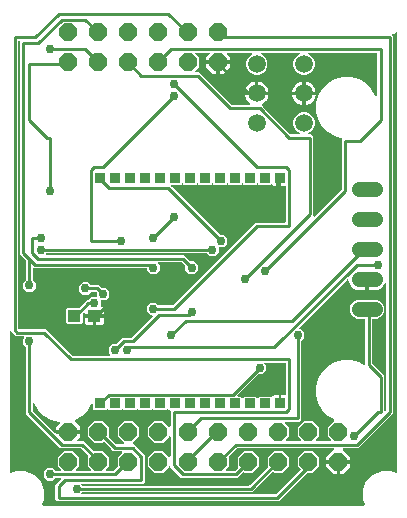
<source format=gbr>
G04 EAGLE Gerber RS-274X export*
G75*
%MOMM*%
%FSLAX34Y34*%
%LPD*%
%INBottom Copper*%
%IPPOS*%
%AMOC8*
5,1,8,0,0,1.08239X$1,22.5*%
G01*
%ADD10R,1.100000X1.000000*%
%ADD11P,1.649562X8X202.500000*%
%ADD12C,1.508000*%
%ADD13C,1.308000*%
%ADD14R,0.858000X0.858000*%
%ADD15P,1.649562X8X22.500000*%
%ADD16C,0.279400*%
%ADD17C,0.756400*%

G36*
X310844Y10930D02*
X310844Y10930D01*
X310890Y10928D01*
X310965Y10950D01*
X311042Y10962D01*
X311082Y10984D01*
X311126Y10997D01*
X311190Y11041D01*
X311259Y11078D01*
X311291Y11111D01*
X311328Y11137D01*
X311375Y11200D01*
X311428Y11256D01*
X311448Y11298D01*
X311475Y11334D01*
X311499Y11408D01*
X311532Y11479D01*
X311537Y11525D01*
X311551Y11568D01*
X311550Y11646D01*
X311559Y11723D01*
X311549Y11768D01*
X311549Y11814D01*
X311511Y11946D01*
X311507Y11964D01*
X311504Y11968D01*
X311502Y11975D01*
X309839Y15990D01*
X309839Y24010D01*
X312909Y31420D01*
X318580Y37091D01*
X325990Y40161D01*
X334010Y40161D01*
X338025Y38498D01*
X338069Y38487D01*
X338111Y38468D01*
X338188Y38459D01*
X338264Y38442D01*
X338310Y38446D01*
X338355Y38441D01*
X338432Y38457D01*
X338509Y38465D01*
X338551Y38483D01*
X338596Y38493D01*
X338663Y38533D01*
X338734Y38565D01*
X338768Y38596D01*
X338807Y38619D01*
X338858Y38678D01*
X338915Y38731D01*
X338937Y38771D01*
X338967Y38806D01*
X338996Y38879D01*
X339033Y38947D01*
X339042Y38992D01*
X339059Y39034D01*
X339074Y39170D01*
X339077Y39189D01*
X339076Y39194D01*
X339077Y39201D01*
X339077Y410799D01*
X339070Y410844D01*
X339072Y410890D01*
X339050Y410965D01*
X339038Y411042D01*
X339016Y411082D01*
X339003Y411126D01*
X338959Y411190D01*
X338922Y411259D01*
X338889Y411291D01*
X338863Y411328D01*
X338800Y411375D01*
X338744Y411428D01*
X338702Y411448D01*
X338666Y411475D01*
X338592Y411499D01*
X338521Y411532D01*
X338475Y411537D01*
X338432Y411551D01*
X338354Y411550D01*
X338277Y411559D01*
X338232Y411549D01*
X338186Y411549D01*
X338054Y411511D01*
X338036Y411507D01*
X338032Y411504D01*
X338025Y411502D01*
X335262Y410358D01*
X335223Y410334D01*
X335180Y410318D01*
X335120Y410269D01*
X335053Y410228D01*
X335024Y410193D01*
X334988Y410164D01*
X334946Y410099D01*
X334897Y410039D01*
X334880Y409996D01*
X334855Y409957D01*
X334836Y409882D01*
X334808Y409809D01*
X334806Y409763D01*
X334795Y409719D01*
X334801Y409641D01*
X334798Y409564D01*
X334811Y409519D01*
X334814Y409474D01*
X334845Y409402D01*
X334867Y409327D01*
X334893Y409290D01*
X334911Y409247D01*
X334996Y409140D01*
X335007Y409125D01*
X335011Y409122D01*
X335016Y409116D01*
X335422Y408710D01*
X335422Y88790D01*
X306210Y59578D01*
X294029Y59578D01*
X293958Y59567D01*
X293887Y59565D01*
X293838Y59547D01*
X293786Y59539D01*
X293723Y59505D01*
X293656Y59480D01*
X293615Y59448D01*
X293569Y59423D01*
X293519Y59371D01*
X293463Y59327D01*
X293435Y59283D01*
X293399Y59245D01*
X293369Y59180D01*
X293330Y59120D01*
X293318Y59069D01*
X293296Y59022D01*
X293288Y58951D01*
X293270Y58881D01*
X293274Y58829D01*
X293269Y58778D01*
X293284Y58707D01*
X293290Y58636D01*
X293310Y58588D01*
X293321Y58537D01*
X293358Y58476D01*
X293386Y58410D01*
X293431Y58354D01*
X293447Y58326D01*
X293465Y58311D01*
X293491Y58279D01*
X299461Y52309D01*
X299461Y49623D01*
X290062Y49623D01*
X290042Y49620D01*
X290023Y49622D01*
X289921Y49600D01*
X289819Y49583D01*
X289802Y49574D01*
X289782Y49570D01*
X289693Y49517D01*
X289602Y49468D01*
X289588Y49454D01*
X289571Y49444D01*
X289504Y49365D01*
X289433Y49290D01*
X289424Y49272D01*
X289411Y49257D01*
X289373Y49161D01*
X289329Y49067D01*
X289327Y49047D01*
X289319Y49029D01*
X289301Y48862D01*
X289301Y48099D01*
X289299Y48099D01*
X289299Y48862D01*
X289296Y48882D01*
X289298Y48901D01*
X289276Y49003D01*
X289259Y49105D01*
X289250Y49122D01*
X289246Y49142D01*
X289193Y49231D01*
X289144Y49322D01*
X289130Y49336D01*
X289120Y49353D01*
X289041Y49420D01*
X288966Y49491D01*
X288948Y49500D01*
X288933Y49513D01*
X288837Y49552D01*
X288743Y49595D01*
X288723Y49597D01*
X288705Y49605D01*
X288538Y49623D01*
X279139Y49623D01*
X279139Y52309D01*
X285109Y58279D01*
X285151Y58337D01*
X285201Y58389D01*
X285222Y58436D01*
X285253Y58478D01*
X285274Y58547D01*
X285304Y58612D01*
X285310Y58664D01*
X285325Y58714D01*
X285323Y58785D01*
X285331Y58856D01*
X285320Y58907D01*
X285319Y58959D01*
X285294Y59027D01*
X285279Y59097D01*
X285252Y59142D01*
X285234Y59190D01*
X285190Y59246D01*
X285153Y59308D01*
X285113Y59342D01*
X285081Y59382D01*
X285020Y59421D01*
X284966Y59468D01*
X284918Y59487D01*
X284874Y59515D01*
X284804Y59533D01*
X284738Y59560D01*
X284666Y59568D01*
X284635Y59576D01*
X284612Y59574D01*
X284571Y59578D01*
X204026Y59578D01*
X203935Y59564D01*
X203845Y59556D01*
X203815Y59544D01*
X203783Y59539D01*
X203702Y59496D01*
X203618Y59460D01*
X203586Y59434D01*
X203565Y59423D01*
X203543Y59400D01*
X203487Y59355D01*
X196971Y52839D01*
X196959Y52822D01*
X196943Y52810D01*
X196887Y52723D01*
X196827Y52639D01*
X196821Y52620D01*
X196810Y52603D01*
X196785Y52503D01*
X196755Y52404D01*
X196755Y52384D01*
X196750Y52365D01*
X196758Y52262D01*
X196761Y52158D01*
X196768Y52139D01*
X196769Y52119D01*
X196810Y52025D01*
X196845Y51929D01*
X196845Y44312D01*
X194254Y41721D01*
X194212Y41663D01*
X194163Y41611D01*
X194141Y41564D01*
X194110Y41522D01*
X194089Y41453D01*
X194059Y41388D01*
X194053Y41336D01*
X194038Y41286D01*
X194040Y41215D01*
X194032Y41144D01*
X194043Y41093D01*
X194044Y41041D01*
X194069Y40973D01*
X194084Y40903D01*
X194111Y40858D01*
X194129Y40810D01*
X194174Y40754D01*
X194210Y40692D01*
X194250Y40658D01*
X194282Y40618D01*
X194343Y40579D01*
X194397Y40532D01*
X194446Y40513D01*
X194489Y40485D01*
X194559Y40467D01*
X194625Y40440D01*
X194697Y40432D01*
X194728Y40424D01*
X194751Y40426D01*
X194792Y40422D01*
X200974Y40422D01*
X201065Y40436D01*
X201155Y40444D01*
X201185Y40456D01*
X201217Y40461D01*
X201298Y40504D01*
X201382Y40540D01*
X201414Y40566D01*
X201435Y40577D01*
X201457Y40600D01*
X201513Y40645D01*
X204029Y43161D01*
X204041Y43178D01*
X204057Y43190D01*
X204113Y43277D01*
X204173Y43361D01*
X204179Y43380D01*
X204190Y43397D01*
X204215Y43497D01*
X204245Y43596D01*
X204245Y43616D01*
X204250Y43635D01*
X204242Y43738D01*
X204239Y43842D01*
X204232Y43861D01*
X204231Y43881D01*
X204190Y43976D01*
X204155Y44073D01*
X204142Y44089D01*
X204134Y44107D01*
X204029Y44238D01*
X203955Y44312D01*
X203955Y51888D01*
X209312Y57245D01*
X216888Y57245D01*
X222245Y51888D01*
X222245Y44312D01*
X216888Y38955D01*
X209312Y38955D01*
X209238Y39029D01*
X209222Y39041D01*
X209209Y39057D01*
X209122Y39113D01*
X209038Y39173D01*
X209019Y39179D01*
X209002Y39190D01*
X208902Y39215D01*
X208803Y39245D01*
X208783Y39245D01*
X208764Y39250D01*
X208661Y39242D01*
X208557Y39239D01*
X208538Y39232D01*
X208519Y39231D01*
X208424Y39190D01*
X208326Y39155D01*
X208311Y39142D01*
X208292Y39134D01*
X208161Y39029D01*
X205645Y36513D01*
X203710Y34578D01*
X156290Y34578D01*
X146955Y43913D01*
X146948Y43922D01*
X146923Y43968D01*
X146871Y44017D01*
X146827Y44073D01*
X146783Y44102D01*
X146745Y44137D01*
X146680Y44168D01*
X146620Y44206D01*
X146569Y44219D01*
X146522Y44241D01*
X146451Y44249D01*
X146381Y44266D01*
X146329Y44262D01*
X146278Y44268D01*
X146207Y44253D01*
X146136Y44247D01*
X146088Y44227D01*
X146037Y44216D01*
X145976Y44179D01*
X145910Y44151D01*
X145854Y44106D01*
X145826Y44090D01*
X145811Y44072D01*
X145779Y44046D01*
X140688Y38955D01*
X133112Y38955D01*
X127755Y44312D01*
X127755Y51888D01*
X133112Y57245D01*
X140688Y57245D01*
X145779Y52154D01*
X145837Y52112D01*
X145889Y52063D01*
X145936Y52041D01*
X145978Y52010D01*
X146047Y51989D01*
X146112Y51959D01*
X146164Y51953D01*
X146214Y51938D01*
X146285Y51940D01*
X146356Y51932D01*
X146407Y51943D01*
X146459Y51944D01*
X146527Y51969D01*
X146597Y51984D01*
X146642Y52011D01*
X146690Y52029D01*
X146746Y52074D01*
X146808Y52110D01*
X146842Y52150D01*
X146882Y52182D01*
X146921Y52243D01*
X146968Y52297D01*
X146987Y52346D01*
X147015Y52389D01*
X147033Y52459D01*
X147060Y52525D01*
X147068Y52597D01*
X147076Y52628D01*
X147074Y52651D01*
X147078Y52692D01*
X147078Y68908D01*
X147067Y68979D01*
X147065Y69050D01*
X147047Y69099D01*
X147039Y69151D01*
X147005Y69214D01*
X146980Y69281D01*
X146948Y69322D01*
X146923Y69368D01*
X146871Y69417D01*
X146827Y69473D01*
X146783Y69502D01*
X146745Y69537D01*
X146680Y69568D01*
X146620Y69606D01*
X146569Y69619D01*
X146522Y69641D01*
X146451Y69649D01*
X146381Y69666D01*
X146329Y69662D01*
X146278Y69668D01*
X146207Y69653D01*
X146136Y69647D01*
X146088Y69627D01*
X146037Y69616D01*
X145976Y69579D01*
X145910Y69551D01*
X145854Y69506D01*
X145826Y69490D01*
X145811Y69472D01*
X145779Y69446D01*
X140688Y64355D01*
X133112Y64355D01*
X127755Y69712D01*
X127755Y77288D01*
X133112Y82645D01*
X140688Y82645D01*
X145779Y77554D01*
X145837Y77512D01*
X145889Y77463D01*
X145936Y77441D01*
X145978Y77410D01*
X146047Y77389D01*
X146112Y77359D01*
X146164Y77353D01*
X146214Y77338D01*
X146285Y77340D01*
X146356Y77332D01*
X146407Y77343D01*
X146459Y77344D01*
X146527Y77369D01*
X146597Y77384D01*
X146642Y77411D01*
X146690Y77429D01*
X146746Y77474D01*
X146808Y77510D01*
X146842Y77550D01*
X146882Y77582D01*
X146921Y77643D01*
X146968Y77697D01*
X146987Y77746D01*
X147015Y77789D01*
X147033Y77859D01*
X147060Y77925D01*
X147068Y77997D01*
X147076Y78028D01*
X147074Y78051D01*
X147078Y78092D01*
X147078Y90924D01*
X147075Y90944D01*
X147077Y90963D01*
X147055Y91065D01*
X147039Y91167D01*
X147029Y91184D01*
X147025Y91204D01*
X146972Y91293D01*
X146923Y91384D01*
X146909Y91398D01*
X146899Y91415D01*
X146820Y91482D01*
X146745Y91554D01*
X146727Y91562D01*
X146712Y91575D01*
X146616Y91614D01*
X146522Y91657D01*
X146502Y91659D01*
X146484Y91667D01*
X146317Y91685D01*
X145878Y91685D01*
X144988Y92575D01*
X144972Y92587D01*
X144960Y92603D01*
X144872Y92659D01*
X144789Y92719D01*
X144770Y92725D01*
X144753Y92736D01*
X144652Y92761D01*
X144553Y92791D01*
X144534Y92791D01*
X144514Y92796D01*
X144411Y92788D01*
X144308Y92785D01*
X144289Y92778D01*
X144269Y92777D01*
X144174Y92736D01*
X144077Y92701D01*
X144061Y92688D01*
X144043Y92680D01*
X143912Y92575D01*
X143022Y91685D01*
X133178Y91685D01*
X132288Y92575D01*
X132272Y92587D01*
X132260Y92603D01*
X132172Y92659D01*
X132089Y92719D01*
X132070Y92725D01*
X132053Y92736D01*
X131952Y92761D01*
X131853Y92791D01*
X131834Y92791D01*
X131814Y92796D01*
X131711Y92788D01*
X131608Y92785D01*
X131589Y92778D01*
X131569Y92777D01*
X131474Y92736D01*
X131377Y92701D01*
X131361Y92688D01*
X131343Y92680D01*
X131212Y92575D01*
X130322Y91685D01*
X120478Y91685D01*
X119588Y92575D01*
X119572Y92587D01*
X119560Y92603D01*
X119472Y92659D01*
X119389Y92719D01*
X119370Y92725D01*
X119353Y92736D01*
X119252Y92761D01*
X119153Y92791D01*
X119134Y92791D01*
X119114Y92796D01*
X119011Y92788D01*
X118908Y92785D01*
X118889Y92778D01*
X118869Y92777D01*
X118774Y92736D01*
X118677Y92701D01*
X118661Y92688D01*
X118643Y92680D01*
X118512Y92575D01*
X117622Y91685D01*
X107778Y91685D01*
X106888Y92575D01*
X106872Y92587D01*
X106860Y92603D01*
X106772Y92659D01*
X106689Y92719D01*
X106670Y92725D01*
X106653Y92736D01*
X106552Y92761D01*
X106453Y92791D01*
X106434Y92791D01*
X106414Y92796D01*
X106311Y92788D01*
X106208Y92785D01*
X106189Y92778D01*
X106169Y92777D01*
X106074Y92736D01*
X105977Y92701D01*
X105961Y92688D01*
X105943Y92680D01*
X105812Y92575D01*
X104922Y91685D01*
X95078Y91685D01*
X94188Y92575D01*
X94172Y92587D01*
X94160Y92603D01*
X94072Y92659D01*
X93989Y92719D01*
X93970Y92725D01*
X93953Y92736D01*
X93852Y92761D01*
X93753Y92791D01*
X93734Y92791D01*
X93714Y92796D01*
X93611Y92788D01*
X93508Y92785D01*
X93489Y92778D01*
X93469Y92777D01*
X93374Y92736D01*
X93277Y92701D01*
X93261Y92688D01*
X93243Y92680D01*
X93112Y92575D01*
X92222Y91685D01*
X82378Y91685D01*
X81485Y92578D01*
X81485Y96633D01*
X81478Y96680D01*
X81479Y96728D01*
X81458Y96801D01*
X81446Y96876D01*
X81423Y96918D01*
X81409Y96964D01*
X81366Y97026D01*
X81330Y97093D01*
X81296Y97126D01*
X81268Y97165D01*
X81207Y97210D01*
X81152Y97262D01*
X81109Y97283D01*
X81070Y97311D01*
X80998Y97334D01*
X80929Y97366D01*
X80881Y97371D01*
X80836Y97386D01*
X80760Y97385D01*
X80685Y97393D01*
X80638Y97383D01*
X80590Y97382D01*
X80518Y97357D01*
X80444Y97341D01*
X80403Y97316D01*
X80358Y97300D01*
X80298Y97254D01*
X80233Y97215D01*
X80202Y97178D01*
X80164Y97149D01*
X80088Y97045D01*
X80073Y97028D01*
X80071Y97022D01*
X80065Y97014D01*
X77134Y91937D01*
X72263Y87066D01*
X66301Y83624D01*
X66209Y83548D01*
X66116Y83474D01*
X66114Y83471D01*
X66110Y83468D01*
X66047Y83367D01*
X65983Y83267D01*
X65982Y83263D01*
X65980Y83260D01*
X65952Y83144D01*
X65923Y83029D01*
X65923Y83025D01*
X65922Y83021D01*
X65933Y82901D01*
X65942Y82784D01*
X65944Y82780D01*
X65944Y82776D01*
X65993Y82663D01*
X66038Y82557D01*
X66041Y82553D01*
X66043Y82550D01*
X66052Y82540D01*
X66143Y82426D01*
X70861Y77709D01*
X70861Y75023D01*
X61462Y75023D01*
X61442Y75020D01*
X61423Y75022D01*
X61321Y75000D01*
X61219Y74983D01*
X61202Y74974D01*
X61182Y74970D01*
X61093Y74917D01*
X61002Y74868D01*
X60988Y74854D01*
X60971Y74844D01*
X60904Y74765D01*
X60833Y74690D01*
X60824Y74672D01*
X60811Y74657D01*
X60773Y74561D01*
X60729Y74467D01*
X60727Y74447D01*
X60719Y74429D01*
X60701Y74262D01*
X60701Y72738D01*
X60704Y72718D01*
X60702Y72699D01*
X60724Y72597D01*
X60741Y72495D01*
X60750Y72478D01*
X60754Y72458D01*
X60807Y72369D01*
X60856Y72278D01*
X60870Y72264D01*
X60880Y72247D01*
X60959Y72180D01*
X61034Y72109D01*
X61052Y72100D01*
X61067Y72087D01*
X61163Y72048D01*
X61257Y72005D01*
X61277Y72003D01*
X61295Y71995D01*
X61462Y71977D01*
X70861Y71977D01*
X70861Y69291D01*
X68291Y66721D01*
X68249Y66663D01*
X68199Y66611D01*
X68178Y66564D01*
X68147Y66522D01*
X68126Y66453D01*
X68096Y66388D01*
X68090Y66336D01*
X68075Y66286D01*
X68077Y66215D01*
X68069Y66144D01*
X68080Y66093D01*
X68081Y66041D01*
X68106Y65973D01*
X68121Y65903D01*
X68148Y65858D01*
X68166Y65810D01*
X68210Y65754D01*
X68247Y65692D01*
X68287Y65658D01*
X68319Y65618D01*
X68380Y65579D01*
X68434Y65532D01*
X68482Y65513D01*
X68526Y65485D01*
X68596Y65467D01*
X68662Y65440D01*
X68734Y65432D01*
X68765Y65424D01*
X68788Y65426D01*
X68829Y65422D01*
X73710Y65422D01*
X81664Y57468D01*
X81738Y57415D01*
X81808Y57355D01*
X81838Y57343D01*
X81864Y57324D01*
X81951Y57297D01*
X82036Y57263D01*
X82077Y57259D01*
X82099Y57252D01*
X82131Y57253D01*
X82203Y57245D01*
X89888Y57245D01*
X95245Y51888D01*
X95245Y44312D01*
X92654Y41721D01*
X92612Y41663D01*
X92563Y41611D01*
X92541Y41564D01*
X92510Y41522D01*
X92489Y41453D01*
X92459Y41388D01*
X92453Y41336D01*
X92438Y41286D01*
X92440Y41215D01*
X92432Y41144D01*
X92443Y41093D01*
X92444Y41041D01*
X92469Y40973D01*
X92484Y40903D01*
X92511Y40858D01*
X92529Y40810D01*
X92574Y40754D01*
X92610Y40692D01*
X92650Y40658D01*
X92682Y40618D01*
X92743Y40579D01*
X92797Y40532D01*
X92846Y40513D01*
X92889Y40485D01*
X92959Y40467D01*
X93025Y40440D01*
X93097Y40432D01*
X93128Y40424D01*
X93151Y40426D01*
X93192Y40422D01*
X98474Y40422D01*
X98565Y40436D01*
X98655Y40444D01*
X98685Y40456D01*
X98717Y40461D01*
X98798Y40504D01*
X98882Y40540D01*
X98914Y40566D01*
X98935Y40577D01*
X98957Y40600D01*
X99013Y40645D01*
X102132Y43764D01*
X102185Y43838D01*
X102245Y43908D01*
X102257Y43938D01*
X102276Y43964D01*
X102303Y44051D01*
X102337Y44136D01*
X102341Y44177D01*
X102348Y44199D01*
X102347Y44231D01*
X102355Y44303D01*
X102355Y51888D01*
X106246Y55779D01*
X106288Y55837D01*
X106337Y55889D01*
X106359Y55936D01*
X106390Y55978D01*
X106411Y56047D01*
X106441Y56112D01*
X106447Y56164D01*
X106462Y56214D01*
X106460Y56285D01*
X106468Y56356D01*
X106457Y56407D01*
X106456Y56459D01*
X106431Y56527D01*
X106416Y56597D01*
X106389Y56642D01*
X106371Y56690D01*
X106326Y56746D01*
X106290Y56808D01*
X106250Y56842D01*
X106218Y56882D01*
X106157Y56921D01*
X106103Y56968D01*
X106054Y56987D01*
X106011Y57015D01*
X105941Y57033D01*
X105875Y57060D01*
X105803Y57068D01*
X105772Y57076D01*
X105749Y57074D01*
X105708Y57078D01*
X98790Y57078D01*
X96855Y59013D01*
X91239Y64629D01*
X91222Y64641D01*
X91210Y64657D01*
X91123Y64713D01*
X91039Y64773D01*
X91020Y64779D01*
X91003Y64790D01*
X90903Y64815D01*
X90804Y64845D01*
X90784Y64845D01*
X90765Y64850D01*
X90662Y64842D01*
X90558Y64839D01*
X90539Y64832D01*
X90519Y64831D01*
X90424Y64790D01*
X90327Y64755D01*
X90311Y64742D01*
X90293Y64734D01*
X90162Y64629D01*
X89888Y64355D01*
X82312Y64355D01*
X76955Y69712D01*
X76955Y77288D01*
X82312Y82645D01*
X89888Y82645D01*
X95245Y77288D01*
X95245Y69663D01*
X95227Y69638D01*
X95221Y69619D01*
X95210Y69602D01*
X95185Y69502D01*
X95155Y69403D01*
X95155Y69383D01*
X95150Y69364D01*
X95158Y69261D01*
X95161Y69157D01*
X95168Y69138D01*
X95169Y69119D01*
X95210Y69024D01*
X95245Y68926D01*
X95258Y68911D01*
X95266Y68892D01*
X95371Y68761D01*
X100987Y63145D01*
X101061Y63092D01*
X101131Y63032D01*
X101161Y63020D01*
X101187Y63001D01*
X101274Y62974D01*
X101359Y62940D01*
X101400Y62936D01*
X101422Y62929D01*
X101454Y62930D01*
X101526Y62922D01*
X107308Y62922D01*
X107379Y62933D01*
X107450Y62935D01*
X107499Y62953D01*
X107551Y62961D01*
X107614Y62995D01*
X107681Y63020D01*
X107722Y63052D01*
X107768Y63077D01*
X107817Y63129D01*
X107873Y63173D01*
X107902Y63217D01*
X107937Y63255D01*
X107968Y63320D01*
X108006Y63380D01*
X108019Y63431D01*
X108041Y63478D01*
X108049Y63549D01*
X108066Y63619D01*
X108062Y63671D01*
X108068Y63722D01*
X108053Y63793D01*
X108047Y63864D01*
X108027Y63912D01*
X108016Y63963D01*
X107979Y64024D01*
X107951Y64090D01*
X107906Y64146D01*
X107890Y64174D01*
X107872Y64189D01*
X107846Y64221D01*
X102355Y69712D01*
X102355Y77288D01*
X107712Y82645D01*
X115288Y82645D01*
X120645Y77288D01*
X120645Y69712D01*
X115154Y64221D01*
X115112Y64163D01*
X115063Y64111D01*
X115041Y64064D01*
X115010Y64022D01*
X114989Y63953D01*
X114959Y63888D01*
X114953Y63836D01*
X114938Y63786D01*
X114940Y63715D01*
X114932Y63644D01*
X114943Y63593D01*
X114944Y63541D01*
X114969Y63473D01*
X114984Y63403D01*
X115011Y63358D01*
X115029Y63310D01*
X115074Y63254D01*
X115110Y63192D01*
X115150Y63158D01*
X115182Y63118D01*
X115243Y63079D01*
X115297Y63032D01*
X115346Y63013D01*
X115389Y62985D01*
X115459Y62967D01*
X115525Y62940D01*
X115597Y62932D01*
X115628Y62924D01*
X115651Y62926D01*
X115692Y62922D01*
X116210Y62922D01*
X125422Y53710D01*
X125422Y31290D01*
X123710Y29578D01*
X72264Y29578D01*
X72194Y29567D01*
X72122Y29565D01*
X72073Y29547D01*
X72022Y29539D01*
X71958Y29505D01*
X71891Y29480D01*
X71850Y29448D01*
X71804Y29423D01*
X71755Y29371D01*
X71699Y29327D01*
X71671Y29283D01*
X71635Y29245D01*
X71605Y29180D01*
X71566Y29120D01*
X71553Y29069D01*
X71531Y29022D01*
X71523Y28951D01*
X71506Y28881D01*
X71510Y28829D01*
X71504Y28778D01*
X71519Y28707D01*
X71525Y28636D01*
X71545Y28588D01*
X71556Y28537D01*
X71593Y28476D01*
X71621Y28410D01*
X71666Y28354D01*
X71683Y28326D01*
X71700Y28311D01*
X71726Y28279D01*
X71860Y28145D01*
X71934Y28091D01*
X72004Y28032D01*
X72034Y28020D01*
X72060Y28001D01*
X72147Y27974D01*
X72232Y27940D01*
X72273Y27936D01*
X72295Y27929D01*
X72327Y27930D01*
X72398Y27922D01*
X213474Y27922D01*
X213565Y27936D01*
X213655Y27944D01*
X213685Y27956D01*
X213717Y27961D01*
X213798Y28004D01*
X213882Y28040D01*
X213914Y28066D01*
X213935Y28077D01*
X213957Y28100D01*
X214013Y28145D01*
X229229Y43361D01*
X229241Y43378D01*
X229257Y43390D01*
X229313Y43477D01*
X229373Y43561D01*
X229379Y43580D01*
X229390Y43597D01*
X229415Y43697D01*
X229445Y43796D01*
X229445Y43816D01*
X229450Y43835D01*
X229442Y43938D01*
X229439Y44042D01*
X229432Y44061D01*
X229431Y44081D01*
X229390Y44175D01*
X229355Y44271D01*
X229355Y51888D01*
X234712Y57245D01*
X242288Y57245D01*
X247645Y51888D01*
X247645Y44312D01*
X242288Y38955D01*
X234712Y38955D01*
X234438Y39229D01*
X234422Y39241D01*
X234409Y39257D01*
X234322Y39313D01*
X234238Y39373D01*
X234219Y39379D01*
X234202Y39390D01*
X234102Y39415D01*
X234003Y39445D01*
X233983Y39445D01*
X233964Y39450D01*
X233861Y39442D01*
X233757Y39439D01*
X233738Y39432D01*
X233719Y39431D01*
X233624Y39390D01*
X233526Y39355D01*
X233511Y39342D01*
X233492Y39334D01*
X233361Y39229D01*
X218145Y24013D01*
X216210Y22078D01*
X72398Y22078D01*
X72308Y22064D01*
X72218Y22056D01*
X72188Y22044D01*
X72156Y22039D01*
X72075Y21996D01*
X71991Y21960D01*
X71959Y21934D01*
X71938Y21923D01*
X71916Y21900D01*
X71860Y21855D01*
X71726Y21721D01*
X71684Y21663D01*
X71635Y21611D01*
X71613Y21564D01*
X71583Y21522D01*
X71561Y21453D01*
X71531Y21388D01*
X71526Y21336D01*
X71510Y21287D01*
X71512Y21215D01*
X71504Y21144D01*
X71515Y21093D01*
X71517Y21041D01*
X71541Y20973D01*
X71556Y20903D01*
X71583Y20858D01*
X71601Y20810D01*
X71646Y20754D01*
X71683Y20692D01*
X71722Y20658D01*
X71755Y20618D01*
X71815Y20579D01*
X71870Y20532D01*
X71918Y20513D01*
X71962Y20485D01*
X72031Y20467D01*
X72098Y20440D01*
X72169Y20432D01*
X72200Y20424D01*
X72223Y20426D01*
X72264Y20422D01*
X235974Y20422D01*
X236065Y20436D01*
X236155Y20444D01*
X236185Y20456D01*
X236217Y20461D01*
X236298Y20504D01*
X236382Y20540D01*
X236414Y20566D01*
X236435Y20577D01*
X236457Y20600D01*
X236513Y20645D01*
X256929Y41061D01*
X256941Y41078D01*
X256957Y41090D01*
X257013Y41177D01*
X257073Y41261D01*
X257079Y41280D01*
X257090Y41297D01*
X257115Y41397D01*
X257145Y41496D01*
X257145Y41516D01*
X257150Y41535D01*
X257142Y41638D01*
X257139Y41742D01*
X257132Y41761D01*
X257131Y41781D01*
X257090Y41876D01*
X257055Y41973D01*
X257042Y41989D01*
X257034Y42007D01*
X256929Y42138D01*
X254755Y44312D01*
X254755Y51888D01*
X260112Y57245D01*
X267688Y57245D01*
X273045Y51888D01*
X273045Y44312D01*
X267688Y38955D01*
X263403Y38955D01*
X263312Y38941D01*
X263222Y38933D01*
X263192Y38921D01*
X263160Y38916D01*
X263079Y38873D01*
X262995Y38837D01*
X262963Y38811D01*
X262942Y38800D01*
X262920Y38777D01*
X262864Y38732D01*
X238710Y14578D01*
X51290Y14578D01*
X49578Y16290D01*
X49578Y28710D01*
X51513Y30645D01*
X54147Y33279D01*
X54189Y33337D01*
X54238Y33389D01*
X54260Y33436D01*
X54290Y33478D01*
X54311Y33547D01*
X54342Y33612D01*
X54347Y33664D01*
X54363Y33714D01*
X54361Y33785D01*
X54369Y33856D01*
X54358Y33907D01*
X54356Y33959D01*
X54332Y34027D01*
X54316Y34097D01*
X54290Y34142D01*
X54272Y34190D01*
X54227Y34246D01*
X54190Y34308D01*
X54151Y34342D01*
X54118Y34382D01*
X54058Y34421D01*
X54003Y34468D01*
X53955Y34487D01*
X53911Y34515D01*
X53842Y34533D01*
X53775Y34560D01*
X53704Y34568D01*
X53673Y34576D01*
X53649Y34574D01*
X53609Y34578D01*
X49898Y34578D01*
X49808Y34564D01*
X49717Y34556D01*
X49688Y34544D01*
X49656Y34539D01*
X49575Y34496D01*
X49491Y34460D01*
X49459Y34434D01*
X49438Y34423D01*
X49416Y34400D01*
X49360Y34355D01*
X47198Y32193D01*
X42802Y32193D01*
X39693Y35302D01*
X39693Y39698D01*
X42802Y42807D01*
X47198Y42807D01*
X49360Y40645D01*
X49434Y40592D01*
X49504Y40532D01*
X49534Y40520D01*
X49560Y40501D01*
X49647Y40474D01*
X49732Y40440D01*
X49773Y40436D01*
X49795Y40429D01*
X49827Y40430D01*
X49898Y40422D01*
X53608Y40422D01*
X53679Y40433D01*
X53750Y40435D01*
X53799Y40453D01*
X53851Y40461D01*
X53914Y40495D01*
X53981Y40520D01*
X54022Y40552D01*
X54068Y40577D01*
X54117Y40629D01*
X54173Y40673D01*
X54202Y40717D01*
X54237Y40755D01*
X54268Y40820D01*
X54306Y40880D01*
X54319Y40931D01*
X54341Y40978D01*
X54349Y41049D01*
X54366Y41119D01*
X54362Y41171D01*
X54368Y41222D01*
X54353Y41293D01*
X54347Y41364D01*
X54327Y41412D01*
X54316Y41463D01*
X54279Y41524D01*
X54251Y41590D01*
X54206Y41646D01*
X54190Y41674D01*
X54172Y41689D01*
X54146Y41721D01*
X51555Y44312D01*
X51555Y51888D01*
X56912Y57245D01*
X64488Y57245D01*
X69845Y51888D01*
X69845Y44312D01*
X67254Y41721D01*
X67212Y41663D01*
X67163Y41611D01*
X67141Y41564D01*
X67110Y41522D01*
X67089Y41453D01*
X67059Y41388D01*
X67053Y41336D01*
X67038Y41286D01*
X67040Y41215D01*
X67032Y41144D01*
X67043Y41093D01*
X67044Y41041D01*
X67069Y40973D01*
X67084Y40903D01*
X67111Y40858D01*
X67129Y40810D01*
X67174Y40754D01*
X67210Y40692D01*
X67250Y40658D01*
X67282Y40618D01*
X67343Y40579D01*
X67397Y40532D01*
X67446Y40513D01*
X67489Y40485D01*
X67559Y40467D01*
X67625Y40440D01*
X67697Y40432D01*
X67728Y40424D01*
X67751Y40426D01*
X67792Y40422D01*
X79008Y40422D01*
X79079Y40433D01*
X79150Y40435D01*
X79199Y40453D01*
X79251Y40461D01*
X79314Y40495D01*
X79381Y40520D01*
X79422Y40552D01*
X79468Y40577D01*
X79517Y40629D01*
X79573Y40673D01*
X79602Y40717D01*
X79637Y40755D01*
X79668Y40820D01*
X79706Y40880D01*
X79719Y40931D01*
X79741Y40978D01*
X79749Y41049D01*
X79766Y41119D01*
X79762Y41171D01*
X79768Y41222D01*
X79753Y41293D01*
X79747Y41364D01*
X79727Y41412D01*
X79716Y41463D01*
X79679Y41524D01*
X79651Y41590D01*
X79606Y41646D01*
X79590Y41674D01*
X79572Y41689D01*
X79546Y41721D01*
X76955Y44312D01*
X76955Y51888D01*
X77429Y52362D01*
X77441Y52378D01*
X77457Y52391D01*
X77513Y52478D01*
X77573Y52562D01*
X77579Y52581D01*
X77590Y52598D01*
X77615Y52698D01*
X77645Y52797D01*
X77645Y52817D01*
X77650Y52836D01*
X77642Y52939D01*
X77639Y53043D01*
X77632Y53061D01*
X77631Y53081D01*
X77590Y53176D01*
X77555Y53274D01*
X77542Y53289D01*
X77534Y53308D01*
X77429Y53439D01*
X71513Y59355D01*
X71439Y59408D01*
X71369Y59468D01*
X71339Y59480D01*
X71313Y59499D01*
X71226Y59526D01*
X71141Y59560D01*
X71100Y59564D01*
X71078Y59571D01*
X71046Y59570D01*
X70974Y59578D01*
X53790Y59578D01*
X51855Y61513D01*
X26513Y86855D01*
X24578Y88790D01*
X24578Y145102D01*
X24564Y145192D01*
X24556Y145283D01*
X24544Y145312D01*
X24539Y145344D01*
X24496Y145425D01*
X24460Y145509D01*
X24434Y145541D01*
X24423Y145562D01*
X24400Y145584D01*
X24355Y145640D01*
X22193Y147802D01*
X22193Y152198D01*
X23274Y153279D01*
X23316Y153337D01*
X23365Y153389D01*
X23387Y153436D01*
X23417Y153478D01*
X23439Y153547D01*
X23469Y153612D01*
X23474Y153664D01*
X23490Y153714D01*
X23488Y153785D01*
X23496Y153856D01*
X23485Y153907D01*
X23483Y153959D01*
X23459Y154027D01*
X23444Y154097D01*
X23417Y154142D01*
X23399Y154190D01*
X23354Y154246D01*
X23317Y154308D01*
X23278Y154342D01*
X23245Y154382D01*
X23185Y154421D01*
X23130Y154468D01*
X23082Y154487D01*
X23038Y154515D01*
X22969Y154533D01*
X22902Y154560D01*
X22831Y154568D01*
X22800Y154576D01*
X22777Y154574D01*
X22736Y154578D01*
X16290Y154578D01*
X14013Y156855D01*
X12222Y158646D01*
X12164Y158688D01*
X12112Y158737D01*
X12065Y158759D01*
X12023Y158789D01*
X11954Y158810D01*
X11889Y158841D01*
X11837Y158846D01*
X11787Y158862D01*
X11716Y158860D01*
X11645Y158868D01*
X11594Y158857D01*
X11542Y158855D01*
X11474Y158831D01*
X11404Y158815D01*
X11359Y158789D01*
X11311Y158771D01*
X11255Y158726D01*
X11193Y158689D01*
X11159Y158650D01*
X11119Y158617D01*
X11080Y158557D01*
X11033Y158502D01*
X11014Y158454D01*
X10986Y158410D01*
X10968Y158341D01*
X10941Y158274D01*
X10933Y158203D01*
X10925Y158172D01*
X10927Y158148D01*
X10923Y158108D01*
X10923Y39201D01*
X10930Y39156D01*
X10928Y39110D01*
X10950Y39035D01*
X10962Y38958D01*
X10984Y38918D01*
X10997Y38874D01*
X11041Y38810D01*
X11078Y38741D01*
X11111Y38709D01*
X11137Y38672D01*
X11200Y38625D01*
X11256Y38572D01*
X11298Y38552D01*
X11334Y38525D01*
X11408Y38501D01*
X11479Y38468D01*
X11525Y38463D01*
X11568Y38449D01*
X11646Y38450D01*
X11723Y38441D01*
X11768Y38451D01*
X11814Y38451D01*
X11946Y38489D01*
X11964Y38493D01*
X11968Y38496D01*
X11975Y38498D01*
X15990Y40161D01*
X24010Y40161D01*
X31420Y37091D01*
X37091Y31420D01*
X40161Y24010D01*
X40161Y15990D01*
X38498Y11975D01*
X38487Y11931D01*
X38468Y11889D01*
X38459Y11812D01*
X38442Y11736D01*
X38446Y11690D01*
X38441Y11645D01*
X38457Y11568D01*
X38465Y11491D01*
X38483Y11449D01*
X38493Y11404D01*
X38533Y11337D01*
X38565Y11266D01*
X38596Y11232D01*
X38619Y11193D01*
X38678Y11142D01*
X38731Y11085D01*
X38771Y11063D01*
X38806Y11033D01*
X38879Y11004D01*
X38947Y10967D01*
X38992Y10958D01*
X39034Y10941D01*
X39170Y10926D01*
X39189Y10923D01*
X39194Y10924D01*
X39201Y10923D01*
X310799Y10923D01*
X310844Y10930D01*
G37*
G36*
X95306Y137933D02*
X95306Y137933D01*
X95378Y137935D01*
X95427Y137953D01*
X95478Y137961D01*
X95542Y137995D01*
X95609Y138020D01*
X95650Y138052D01*
X95696Y138077D01*
X95745Y138129D01*
X95801Y138173D01*
X95829Y138217D01*
X95865Y138255D01*
X95895Y138320D01*
X95934Y138380D01*
X95947Y138431D01*
X95969Y138478D01*
X95977Y138549D01*
X95994Y138619D01*
X95990Y138671D01*
X95996Y138722D01*
X95981Y138793D01*
X95975Y138864D01*
X95955Y138912D01*
X95944Y138963D01*
X95907Y139024D01*
X95879Y139090D01*
X95834Y139146D01*
X95817Y139174D01*
X95800Y139189D01*
X95774Y139221D01*
X94693Y140302D01*
X94693Y144698D01*
X97802Y147807D01*
X100859Y147807D01*
X100950Y147821D01*
X101040Y147829D01*
X101070Y147841D01*
X101102Y147846D01*
X101183Y147889D01*
X101267Y147925D01*
X101299Y147951D01*
X101320Y147962D01*
X101342Y147985D01*
X101398Y148030D01*
X106290Y152922D01*
X113474Y152922D01*
X113565Y152936D01*
X113655Y152944D01*
X113685Y152956D01*
X113717Y152961D01*
X113798Y153004D01*
X113882Y153040D01*
X113914Y153066D01*
X113935Y153077D01*
X113957Y153100D01*
X114013Y153145D01*
X131762Y170894D01*
X131804Y170952D01*
X131853Y171004D01*
X131875Y171051D01*
X131905Y171093D01*
X131926Y171162D01*
X131957Y171227D01*
X131962Y171279D01*
X131978Y171329D01*
X131976Y171400D01*
X131984Y171471D01*
X131973Y171522D01*
X131971Y171574D01*
X131947Y171642D01*
X131931Y171712D01*
X131905Y171757D01*
X131887Y171805D01*
X131842Y171861D01*
X131805Y171923D01*
X131766Y171957D01*
X131733Y171997D01*
X131673Y172036D01*
X131618Y172083D01*
X131570Y172102D01*
X131526Y172130D01*
X131457Y172148D01*
X131390Y172175D01*
X131319Y172183D01*
X131288Y172191D01*
X131264Y172189D01*
X131224Y172193D01*
X130302Y172193D01*
X127193Y175302D01*
X127193Y179698D01*
X130302Y182807D01*
X134698Y182807D01*
X136860Y180645D01*
X136934Y180592D01*
X137004Y180532D01*
X137034Y180520D01*
X137060Y180501D01*
X137147Y180474D01*
X137232Y180440D01*
X137273Y180436D01*
X137295Y180429D01*
X137327Y180430D01*
X137398Y180422D01*
X148474Y180422D01*
X148565Y180436D01*
X148655Y180444D01*
X148685Y180456D01*
X148717Y180461D01*
X148798Y180504D01*
X148882Y180540D01*
X148914Y180566D01*
X148935Y180577D01*
X148957Y180600D01*
X149013Y180645D01*
X218790Y250422D01*
X243817Y250422D01*
X243837Y250425D01*
X243856Y250423D01*
X243958Y250445D01*
X244060Y250461D01*
X244077Y250471D01*
X244097Y250475D01*
X244186Y250528D01*
X244277Y250577D01*
X244291Y250591D01*
X244308Y250601D01*
X244375Y250680D01*
X244447Y250755D01*
X244455Y250773D01*
X244468Y250788D01*
X244507Y250884D01*
X244550Y250978D01*
X244552Y250998D01*
X244560Y251016D01*
X244578Y251183D01*
X244578Y280908D01*
X244575Y280928D01*
X244577Y280947D01*
X244555Y281049D01*
X244539Y281151D01*
X244529Y281168D01*
X244525Y281188D01*
X244472Y281277D01*
X244423Y281368D01*
X244409Y281382D01*
X244399Y281399D01*
X244320Y281466D01*
X244245Y281538D01*
X244227Y281546D01*
X244212Y281559D01*
X244116Y281598D01*
X244022Y281641D01*
X244002Y281643D01*
X243984Y281651D01*
X243817Y281669D01*
X240574Y281669D01*
X240574Y288387D01*
X240571Y288406D01*
X240573Y288426D01*
X240551Y288528D01*
X240535Y288630D01*
X240525Y288647D01*
X240521Y288667D01*
X240468Y288756D01*
X240419Y288847D01*
X240405Y288861D01*
X240395Y288878D01*
X240316Y288945D01*
X240241Y289016D01*
X240223Y289025D01*
X240208Y289038D01*
X240112Y289076D01*
X240018Y289120D01*
X239998Y289122D01*
X239980Y289130D01*
X239813Y289148D01*
X239587Y289148D01*
X239567Y289145D01*
X239547Y289147D01*
X239446Y289125D01*
X239344Y289108D01*
X239327Y289099D01*
X239307Y289095D01*
X239218Y289042D01*
X239127Y288993D01*
X239113Y288979D01*
X239096Y288969D01*
X239029Y288890D01*
X238957Y288815D01*
X238949Y288797D01*
X238936Y288782D01*
X238897Y288685D01*
X238854Y288592D01*
X238852Y288572D01*
X238844Y288554D01*
X238826Y288387D01*
X238826Y281669D01*
X235076Y281669D01*
X234429Y281842D01*
X233850Y282177D01*
X233377Y282650D01*
X233327Y282736D01*
X233252Y282828D01*
X233178Y282921D01*
X233174Y282923D01*
X233172Y282926D01*
X233072Y282989D01*
X232971Y283054D01*
X232967Y283055D01*
X232963Y283057D01*
X232847Y283085D01*
X232732Y283114D01*
X232728Y283113D01*
X232724Y283114D01*
X232605Y283104D01*
X232487Y283095D01*
X232483Y283093D01*
X232479Y283093D01*
X232371Y283045D01*
X232261Y282998D01*
X232257Y282995D01*
X232254Y282994D01*
X232244Y282985D01*
X232130Y282893D01*
X231922Y282685D01*
X222078Y282685D01*
X221188Y283575D01*
X221172Y283587D01*
X221160Y283603D01*
X221072Y283659D01*
X220989Y283719D01*
X220970Y283725D01*
X220953Y283736D01*
X220852Y283761D01*
X220753Y283791D01*
X220734Y283791D01*
X220714Y283796D01*
X220611Y283788D01*
X220508Y283785D01*
X220489Y283778D01*
X220469Y283777D01*
X220374Y283736D01*
X220277Y283701D01*
X220261Y283688D01*
X220243Y283680D01*
X220112Y283575D01*
X219222Y282685D01*
X209378Y282685D01*
X208488Y283575D01*
X208472Y283587D01*
X208460Y283603D01*
X208372Y283659D01*
X208289Y283719D01*
X208270Y283725D01*
X208253Y283736D01*
X208152Y283761D01*
X208053Y283791D01*
X208034Y283791D01*
X208014Y283796D01*
X207911Y283788D01*
X207808Y283785D01*
X207789Y283778D01*
X207769Y283777D01*
X207674Y283736D01*
X207577Y283701D01*
X207561Y283688D01*
X207543Y283680D01*
X207412Y283575D01*
X206522Y282685D01*
X196678Y282685D01*
X195788Y283575D01*
X195772Y283587D01*
X195760Y283603D01*
X195672Y283659D01*
X195589Y283719D01*
X195570Y283725D01*
X195553Y283736D01*
X195452Y283761D01*
X195353Y283791D01*
X195334Y283791D01*
X195314Y283796D01*
X195211Y283788D01*
X195108Y283785D01*
X195089Y283778D01*
X195069Y283777D01*
X194974Y283736D01*
X194877Y283701D01*
X194861Y283688D01*
X194843Y283680D01*
X194712Y283575D01*
X193822Y282685D01*
X183978Y282685D01*
X183088Y283575D01*
X183072Y283587D01*
X183060Y283603D01*
X182972Y283659D01*
X182889Y283719D01*
X182870Y283725D01*
X182853Y283736D01*
X182752Y283761D01*
X182653Y283791D01*
X182634Y283791D01*
X182614Y283796D01*
X182511Y283788D01*
X182408Y283785D01*
X182389Y283778D01*
X182369Y283777D01*
X182274Y283736D01*
X182177Y283701D01*
X182161Y283688D01*
X182143Y283680D01*
X182012Y283575D01*
X181122Y282685D01*
X171278Y282685D01*
X170388Y283575D01*
X170372Y283587D01*
X170360Y283603D01*
X170272Y283659D01*
X170189Y283719D01*
X170170Y283725D01*
X170153Y283736D01*
X170052Y283761D01*
X169953Y283791D01*
X169934Y283791D01*
X169914Y283796D01*
X169811Y283788D01*
X169708Y283785D01*
X169689Y283778D01*
X169669Y283777D01*
X169574Y283736D01*
X169477Y283701D01*
X169461Y283688D01*
X169443Y283680D01*
X169312Y283575D01*
X168422Y282685D01*
X158578Y282685D01*
X157688Y283575D01*
X157672Y283587D01*
X157660Y283603D01*
X157572Y283659D01*
X157489Y283719D01*
X157470Y283725D01*
X157453Y283736D01*
X157352Y283761D01*
X157253Y283791D01*
X157234Y283791D01*
X157214Y283796D01*
X157111Y283788D01*
X157008Y283785D01*
X156989Y283778D01*
X156969Y283777D01*
X156874Y283736D01*
X156777Y283701D01*
X156761Y283688D01*
X156743Y283680D01*
X156612Y283575D01*
X155722Y282685D01*
X148284Y282685D01*
X148214Y282674D01*
X148142Y282672D01*
X148093Y282654D01*
X148042Y282646D01*
X147978Y282612D01*
X147911Y282587D01*
X147870Y282555D01*
X147824Y282530D01*
X147775Y282479D01*
X147719Y282434D01*
X147691Y282390D01*
X147655Y282352D01*
X147625Y282287D01*
X147586Y282227D01*
X147573Y282176D01*
X147551Y282129D01*
X147543Y282058D01*
X147526Y281988D01*
X147530Y281936D01*
X147524Y281885D01*
X147540Y281814D01*
X147545Y281743D01*
X147565Y281695D01*
X147577Y281644D01*
X147613Y281583D01*
X147641Y281517D01*
X147686Y281461D01*
X147703Y281433D01*
X147720Y281418D01*
X147746Y281386D01*
X148145Y280987D01*
X188602Y240530D01*
X188676Y240477D01*
X188746Y240417D01*
X188776Y240405D01*
X188802Y240386D01*
X188889Y240359D01*
X188974Y240325D01*
X189015Y240321D01*
X189037Y240314D01*
X189069Y240315D01*
X189141Y240307D01*
X192198Y240307D01*
X195307Y237198D01*
X195307Y232802D01*
X192198Y229693D01*
X188568Y229693D01*
X188548Y229690D01*
X188529Y229692D01*
X188427Y229670D01*
X188325Y229654D01*
X188308Y229644D01*
X188288Y229640D01*
X188199Y229587D01*
X188108Y229538D01*
X188094Y229524D01*
X188077Y229514D01*
X188010Y229435D01*
X187938Y229360D01*
X187930Y229342D01*
X187917Y229327D01*
X187878Y229231D01*
X187835Y229137D01*
X187833Y229117D01*
X187825Y229099D01*
X187807Y228932D01*
X187807Y225302D01*
X184698Y222193D01*
X180302Y222193D01*
X178140Y224355D01*
X178066Y224408D01*
X177996Y224468D01*
X177966Y224480D01*
X177940Y224499D01*
X177853Y224526D01*
X177768Y224560D01*
X177727Y224564D01*
X177705Y224571D01*
X177673Y224570D01*
X177602Y224578D01*
X42398Y224578D01*
X42308Y224564D01*
X42218Y224556D01*
X42188Y224544D01*
X42156Y224539D01*
X42075Y224496D01*
X41991Y224460D01*
X41959Y224434D01*
X41938Y224423D01*
X41916Y224400D01*
X41860Y224355D01*
X41726Y224221D01*
X41684Y224163D01*
X41635Y224111D01*
X41613Y224064D01*
X41583Y224022D01*
X41561Y223953D01*
X41531Y223888D01*
X41526Y223836D01*
X41510Y223787D01*
X41512Y223715D01*
X41504Y223644D01*
X41515Y223593D01*
X41517Y223541D01*
X41541Y223473D01*
X41556Y223403D01*
X41583Y223358D01*
X41601Y223310D01*
X41646Y223254D01*
X41683Y223192D01*
X41722Y223158D01*
X41755Y223118D01*
X41815Y223079D01*
X41870Y223032D01*
X41918Y223013D01*
X41962Y222985D01*
X42031Y222967D01*
X42098Y222940D01*
X42169Y222932D01*
X42200Y222924D01*
X42223Y222926D01*
X42264Y222922D01*
X158710Y222922D01*
X163602Y218030D01*
X163676Y217977D01*
X163746Y217917D01*
X163776Y217905D01*
X163802Y217886D01*
X163889Y217859D01*
X163974Y217825D01*
X164015Y217821D01*
X164037Y217814D01*
X164069Y217815D01*
X164141Y217807D01*
X167198Y217807D01*
X170307Y214698D01*
X170307Y210302D01*
X167198Y207193D01*
X162802Y207193D01*
X159693Y210302D01*
X159693Y213359D01*
X159679Y213450D01*
X159671Y213540D01*
X159659Y213570D01*
X159654Y213602D01*
X159611Y213683D01*
X159575Y213767D01*
X159549Y213799D01*
X159538Y213820D01*
X159515Y213842D01*
X159470Y213898D01*
X156513Y216855D01*
X156439Y216908D01*
X156369Y216968D01*
X156339Y216980D01*
X156313Y216999D01*
X156226Y217026D01*
X156141Y217060D01*
X156100Y217064D01*
X156078Y217071D01*
X156046Y217070D01*
X155974Y217078D01*
X137264Y217078D01*
X137194Y217067D01*
X137122Y217065D01*
X137073Y217047D01*
X137022Y217039D01*
X136958Y217005D01*
X136891Y216980D01*
X136850Y216948D01*
X136804Y216923D01*
X136755Y216871D01*
X136699Y216827D01*
X136671Y216783D01*
X136635Y216745D01*
X136605Y216680D01*
X136566Y216620D01*
X136553Y216569D01*
X136531Y216522D01*
X136523Y216451D01*
X136506Y216381D01*
X136510Y216329D01*
X136504Y216278D01*
X136519Y216207D01*
X136525Y216136D01*
X136545Y216088D01*
X136556Y216037D01*
X136593Y215976D01*
X136621Y215910D01*
X136666Y215854D01*
X136683Y215826D01*
X136700Y215811D01*
X136726Y215779D01*
X137807Y214698D01*
X137807Y210302D01*
X134698Y207193D01*
X130302Y207193D01*
X127193Y210302D01*
X127193Y211317D01*
X127190Y211337D01*
X127192Y211356D01*
X127170Y211458D01*
X127154Y211560D01*
X127144Y211577D01*
X127140Y211597D01*
X127087Y211686D01*
X127038Y211777D01*
X127024Y211791D01*
X127014Y211808D01*
X126935Y211875D01*
X126860Y211947D01*
X126842Y211955D01*
X126827Y211968D01*
X126731Y212007D01*
X126637Y212050D01*
X126617Y212052D01*
X126599Y212060D01*
X126432Y212078D01*
X31183Y212078D01*
X31163Y212075D01*
X31144Y212077D01*
X31042Y212055D01*
X30940Y212039D01*
X30923Y212029D01*
X30903Y212025D01*
X30814Y211972D01*
X30723Y211923D01*
X30709Y211909D01*
X30692Y211899D01*
X30625Y211820D01*
X30553Y211745D01*
X30545Y211727D01*
X30532Y211712D01*
X30493Y211616D01*
X30450Y211522D01*
X30448Y211502D01*
X30440Y211484D01*
X30422Y211317D01*
X30422Y202398D01*
X30436Y202308D01*
X30444Y202217D01*
X30456Y202188D01*
X30461Y202156D01*
X30504Y202075D01*
X30540Y201991D01*
X30566Y201959D01*
X30577Y201938D01*
X30600Y201916D01*
X30645Y201860D01*
X32807Y199698D01*
X32807Y195302D01*
X29698Y192193D01*
X25302Y192193D01*
X22193Y195302D01*
X22193Y199698D01*
X24355Y201860D01*
X24408Y201934D01*
X24468Y202004D01*
X24480Y202034D01*
X24499Y202060D01*
X24526Y202147D01*
X24560Y202232D01*
X24564Y202273D01*
X24571Y202295D01*
X24570Y202327D01*
X24578Y202398D01*
X24578Y218474D01*
X24564Y218565D01*
X24556Y218655D01*
X24544Y218685D01*
X24539Y218717D01*
X24496Y218798D01*
X24460Y218882D01*
X24434Y218914D01*
X24423Y218935D01*
X24400Y218957D01*
X24355Y219013D01*
X19578Y223790D01*
X19578Y403817D01*
X19575Y403837D01*
X19577Y403856D01*
X19555Y403958D01*
X19539Y404060D01*
X19529Y404077D01*
X19525Y404097D01*
X19472Y404186D01*
X19423Y404277D01*
X19409Y404291D01*
X19399Y404308D01*
X19320Y404375D01*
X19245Y404447D01*
X19227Y404455D01*
X19212Y404468D01*
X19116Y404507D01*
X19022Y404550D01*
X19002Y404552D01*
X18984Y404560D01*
X18817Y404578D01*
X18683Y404578D01*
X18663Y404575D01*
X18644Y404577D01*
X18542Y404555D01*
X18440Y404539D01*
X18423Y404529D01*
X18403Y404525D01*
X18314Y404472D01*
X18223Y404423D01*
X18209Y404409D01*
X18192Y404399D01*
X18125Y404320D01*
X18053Y404245D01*
X18045Y404227D01*
X18032Y404212D01*
X17993Y404116D01*
X17950Y404022D01*
X17948Y404002D01*
X17940Y403984D01*
X17922Y403817D01*
X17922Y161526D01*
X17936Y161435D01*
X17944Y161345D01*
X17956Y161315D01*
X17961Y161283D01*
X18004Y161202D01*
X18040Y161118D01*
X18066Y161086D01*
X18077Y161065D01*
X18100Y161043D01*
X18145Y160987D01*
X18487Y160645D01*
X18561Y160592D01*
X18631Y160532D01*
X18661Y160520D01*
X18687Y160501D01*
X18774Y160474D01*
X18859Y160440D01*
X18900Y160436D01*
X18922Y160429D01*
X18954Y160430D01*
X19026Y160422D01*
X41210Y160422D01*
X63487Y138145D01*
X63561Y138092D01*
X63631Y138032D01*
X63661Y138020D01*
X63687Y138001D01*
X63774Y137974D01*
X63859Y137940D01*
X63900Y137936D01*
X63922Y137929D01*
X63954Y137930D01*
X64026Y137922D01*
X95236Y137922D01*
X95306Y137933D01*
G37*
G36*
X268793Y255647D02*
X268793Y255647D01*
X268864Y255652D01*
X268912Y255672D01*
X268963Y255684D01*
X269024Y255720D01*
X269090Y255748D01*
X269146Y255793D01*
X269174Y255810D01*
X269189Y255827D01*
X269221Y255853D01*
X291855Y278487D01*
X291908Y278561D01*
X291968Y278631D01*
X291980Y278661D01*
X291999Y278687D01*
X292026Y278774D01*
X292060Y278859D01*
X292064Y278900D01*
X292071Y278922D01*
X292070Y278954D01*
X292078Y279026D01*
X292078Y321437D01*
X292071Y321480D01*
X292073Y321524D01*
X292051Y321601D01*
X292039Y321679D01*
X292018Y321718D01*
X292006Y321760D01*
X291961Y321826D01*
X291923Y321897D01*
X291892Y321927D01*
X291867Y321963D01*
X291803Y322011D01*
X291745Y322066D01*
X291705Y322085D01*
X291670Y322111D01*
X291534Y322164D01*
X291522Y322170D01*
X291519Y322170D01*
X291514Y322172D01*
X286102Y323622D01*
X280137Y327066D01*
X275266Y331937D01*
X271822Y337902D01*
X270039Y344556D01*
X270039Y351444D01*
X271822Y358098D01*
X275266Y364063D01*
X280137Y368934D01*
X286102Y372378D01*
X292756Y374161D01*
X299644Y374161D01*
X306298Y372378D01*
X312263Y368934D01*
X317134Y364063D01*
X320578Y358098D01*
X320582Y358084D01*
X320592Y358062D01*
X320596Y358038D01*
X320642Y357950D01*
X320683Y357859D01*
X320699Y357842D01*
X320711Y357820D01*
X320783Y357752D01*
X320850Y357679D01*
X320871Y357668D01*
X320889Y357651D01*
X320979Y357609D01*
X321066Y357562D01*
X321090Y357558D01*
X321112Y357547D01*
X321211Y357536D01*
X321309Y357519D01*
X321333Y357523D01*
X321356Y357520D01*
X321453Y357541D01*
X321552Y357556D01*
X321573Y357567D01*
X321597Y357573D01*
X321682Y357623D01*
X321770Y357669D01*
X321787Y357686D01*
X321808Y357699D01*
X321873Y357774D01*
X321942Y357846D01*
X321952Y357867D01*
X321968Y357886D01*
X322005Y357978D01*
X322048Y358067D01*
X322051Y358091D01*
X322060Y358114D01*
X322078Y358281D01*
X322078Y393817D01*
X322075Y393837D01*
X322077Y393856D01*
X322055Y393958D01*
X322039Y394060D01*
X322029Y394077D01*
X322025Y394097D01*
X321972Y394186D01*
X321923Y394277D01*
X321909Y394291D01*
X321899Y394308D01*
X321820Y394375D01*
X321745Y394447D01*
X321727Y394455D01*
X321712Y394468D01*
X321616Y394507D01*
X321522Y394550D01*
X321502Y394552D01*
X321484Y394560D01*
X321317Y394578D01*
X264390Y394578D01*
X264294Y394563D01*
X264197Y394553D01*
X264173Y394543D01*
X264148Y394539D01*
X264062Y394493D01*
X263973Y394453D01*
X263953Y394436D01*
X263930Y394423D01*
X263863Y394353D01*
X263791Y394287D01*
X263779Y394264D01*
X263761Y394245D01*
X263720Y394157D01*
X263673Y394071D01*
X263668Y394046D01*
X263657Y394022D01*
X263647Y393925D01*
X263629Y393829D01*
X263633Y393803D01*
X263630Y393778D01*
X263651Y393682D01*
X263665Y393586D01*
X263677Y393563D01*
X263682Y393537D01*
X263732Y393454D01*
X263776Y393367D01*
X263795Y393348D01*
X263809Y393326D01*
X263882Y393263D01*
X263952Y393195D01*
X263981Y393179D01*
X263995Y393166D01*
X264026Y393154D01*
X264099Y393114D01*
X265135Y392685D01*
X267685Y390135D01*
X269065Y386803D01*
X269065Y383197D01*
X267685Y379865D01*
X265135Y377315D01*
X261803Y375935D01*
X258197Y375935D01*
X254865Y377315D01*
X252315Y379865D01*
X250935Y383197D01*
X250935Y386803D01*
X252315Y390135D01*
X254865Y392685D01*
X255901Y393114D01*
X255984Y393165D01*
X256070Y393211D01*
X256088Y393229D01*
X256110Y393243D01*
X256172Y393319D01*
X256239Y393389D01*
X256250Y393413D01*
X256267Y393433D01*
X256302Y393524D01*
X256343Y393612D01*
X256346Y393638D01*
X256355Y393662D01*
X256359Y393760D01*
X256370Y393856D01*
X256364Y393882D01*
X256365Y393908D01*
X256338Y394002D01*
X256318Y394097D01*
X256304Y394119D01*
X256297Y394144D01*
X256241Y394224D01*
X256191Y394308D01*
X256172Y394325D01*
X256157Y394346D01*
X256078Y394405D01*
X256005Y394468D01*
X255980Y394478D01*
X255959Y394493D01*
X255867Y394523D01*
X255776Y394560D01*
X255744Y394563D01*
X255725Y394569D01*
X255692Y394569D01*
X255610Y394578D01*
X224390Y394578D01*
X224294Y394563D01*
X224197Y394553D01*
X224173Y394543D01*
X224148Y394539D01*
X224062Y394493D01*
X223973Y394453D01*
X223953Y394436D01*
X223930Y394423D01*
X223863Y394353D01*
X223791Y394287D01*
X223779Y394264D01*
X223761Y394245D01*
X223720Y394157D01*
X223673Y394071D01*
X223668Y394046D01*
X223657Y394022D01*
X223646Y393925D01*
X223629Y393829D01*
X223633Y393803D01*
X223630Y393778D01*
X223651Y393683D01*
X223665Y393586D01*
X223677Y393563D01*
X223682Y393537D01*
X223732Y393453D01*
X223776Y393367D01*
X223795Y393349D01*
X223809Y393326D01*
X223883Y393263D01*
X223952Y393195D01*
X223981Y393179D01*
X223995Y393166D01*
X224026Y393154D01*
X224099Y393114D01*
X225135Y392685D01*
X227685Y390135D01*
X229065Y386803D01*
X229065Y383197D01*
X227685Y379865D01*
X225135Y377315D01*
X221803Y375935D01*
X218197Y375935D01*
X214865Y377315D01*
X212315Y379865D01*
X210935Y383197D01*
X210935Y386803D01*
X212315Y390135D01*
X214865Y392685D01*
X215901Y393114D01*
X215984Y393165D01*
X216070Y393211D01*
X216088Y393230D01*
X216110Y393243D01*
X216172Y393318D01*
X216239Y393389D01*
X216250Y393413D01*
X216267Y393433D01*
X216302Y393524D01*
X216343Y393612D01*
X216346Y393638D01*
X216355Y393662D01*
X216359Y393760D01*
X216370Y393856D01*
X216364Y393882D01*
X216365Y393908D01*
X216338Y394002D01*
X216318Y394097D01*
X216304Y394119D01*
X216297Y394144D01*
X216241Y394224D01*
X216191Y394308D01*
X216172Y394325D01*
X216157Y394346D01*
X216079Y394405D01*
X216005Y394468D01*
X215980Y394478D01*
X215959Y394493D01*
X215867Y394523D01*
X215776Y394560D01*
X215744Y394563D01*
X215725Y394569D01*
X215692Y394569D01*
X215610Y394578D01*
X195629Y394578D01*
X195558Y394567D01*
X195487Y394565D01*
X195438Y394547D01*
X195386Y394539D01*
X195323Y394505D01*
X195256Y394480D01*
X195215Y394448D01*
X195169Y394423D01*
X195119Y394371D01*
X195063Y394327D01*
X195035Y394283D01*
X194999Y394245D01*
X194969Y394180D01*
X194930Y394120D01*
X194918Y394069D01*
X194896Y394022D01*
X194888Y393951D01*
X194870Y393881D01*
X194874Y393829D01*
X194869Y393778D01*
X194884Y393707D01*
X194890Y393636D01*
X194910Y393588D01*
X194921Y393537D01*
X194958Y393476D01*
X194986Y393410D01*
X195031Y393354D01*
X195047Y393326D01*
X195065Y393311D01*
X195091Y393279D01*
X197661Y390709D01*
X197661Y388023D01*
X188262Y388023D01*
X188242Y388020D01*
X188223Y388022D01*
X188121Y388000D01*
X188019Y387983D01*
X188002Y387974D01*
X187982Y387970D01*
X187893Y387917D01*
X187802Y387868D01*
X187788Y387854D01*
X187771Y387844D01*
X187704Y387765D01*
X187633Y387690D01*
X187624Y387672D01*
X187611Y387657D01*
X187573Y387561D01*
X187529Y387467D01*
X187527Y387447D01*
X187519Y387429D01*
X187501Y387262D01*
X187501Y386499D01*
X187499Y386499D01*
X187499Y387262D01*
X187496Y387282D01*
X187498Y387301D01*
X187476Y387403D01*
X187459Y387505D01*
X187450Y387522D01*
X187446Y387542D01*
X187393Y387631D01*
X187344Y387722D01*
X187330Y387736D01*
X187320Y387753D01*
X187241Y387820D01*
X187166Y387891D01*
X187148Y387900D01*
X187133Y387913D01*
X187037Y387952D01*
X186943Y387995D01*
X186923Y387997D01*
X186905Y388005D01*
X186738Y388023D01*
X177339Y388023D01*
X177339Y390709D01*
X179909Y393279D01*
X179951Y393337D01*
X180001Y393389D01*
X180022Y393436D01*
X180053Y393478D01*
X180074Y393547D01*
X180104Y393612D01*
X180110Y393664D01*
X180125Y393714D01*
X180123Y393785D01*
X180131Y393856D01*
X180120Y393907D01*
X180119Y393959D01*
X180094Y394027D01*
X180079Y394097D01*
X180052Y394142D01*
X180034Y394190D01*
X179990Y394246D01*
X179953Y394308D01*
X179913Y394342D01*
X179881Y394382D01*
X179820Y394421D01*
X179766Y394468D01*
X179718Y394487D01*
X179674Y394515D01*
X179604Y394533D01*
X179538Y394560D01*
X179466Y394568D01*
X179435Y394576D01*
X179412Y394574D01*
X179371Y394578D01*
X168792Y394578D01*
X168721Y394567D01*
X168650Y394565D01*
X168601Y394547D01*
X168549Y394539D01*
X168486Y394505D01*
X168419Y394480D01*
X168378Y394448D01*
X168332Y394423D01*
X168283Y394371D01*
X168227Y394327D01*
X168198Y394283D01*
X168163Y394245D01*
X168132Y394180D01*
X168094Y394120D01*
X168081Y394069D01*
X168059Y394022D01*
X168051Y393951D01*
X168034Y393881D01*
X168038Y393829D01*
X168032Y393778D01*
X168047Y393707D01*
X168053Y393636D01*
X168073Y393588D01*
X168084Y393537D01*
X168121Y393476D01*
X168149Y393410D01*
X168194Y393354D01*
X168210Y393326D01*
X168228Y393311D01*
X168254Y393279D01*
X171245Y390288D01*
X171245Y382712D01*
X167754Y379221D01*
X167712Y379163D01*
X167663Y379111D01*
X167641Y379064D01*
X167610Y379022D01*
X167589Y378953D01*
X167559Y378888D01*
X167553Y378836D01*
X167538Y378786D01*
X167540Y378715D01*
X167532Y378644D01*
X167543Y378593D01*
X167544Y378541D01*
X167569Y378473D01*
X167584Y378403D01*
X167611Y378358D01*
X167629Y378310D01*
X167674Y378254D01*
X167710Y378192D01*
X167750Y378158D01*
X167782Y378118D01*
X167843Y378079D01*
X167897Y378032D01*
X167946Y378013D01*
X167989Y377985D01*
X168059Y377967D01*
X168125Y377940D01*
X168197Y377932D01*
X168228Y377924D01*
X168251Y377926D01*
X168292Y377922D01*
X171210Y377922D01*
X198487Y350645D01*
X198561Y350592D01*
X198631Y350532D01*
X198661Y350520D01*
X198687Y350501D01*
X198774Y350474D01*
X198859Y350440D01*
X198900Y350436D01*
X198922Y350429D01*
X198954Y350430D01*
X199026Y350422D01*
X213690Y350422D01*
X213698Y350423D01*
X213706Y350422D01*
X213820Y350443D01*
X213933Y350461D01*
X213940Y350465D01*
X213948Y350467D01*
X214048Y350523D01*
X214150Y350577D01*
X214156Y350582D01*
X214163Y350586D01*
X214240Y350671D01*
X214320Y350755D01*
X214323Y350762D01*
X214328Y350768D01*
X214375Y350874D01*
X214423Y350978D01*
X214424Y350986D01*
X214427Y350993D01*
X214438Y351108D01*
X214450Y351222D01*
X214449Y351230D01*
X214449Y351238D01*
X214423Y351351D01*
X214398Y351463D01*
X214394Y351470D01*
X214392Y351477D01*
X214331Y351576D01*
X214272Y351674D01*
X214266Y351679D01*
X214262Y351686D01*
X214138Y351799D01*
X213433Y352311D01*
X212311Y353433D01*
X211378Y354717D01*
X210658Y356130D01*
X210167Y357639D01*
X210035Y358477D01*
X219238Y358477D01*
X219258Y358480D01*
X219277Y358478D01*
X219379Y358500D01*
X219481Y358517D01*
X219498Y358526D01*
X219518Y358530D01*
X219607Y358583D01*
X219698Y358632D01*
X219712Y358646D01*
X219729Y358656D01*
X219796Y358735D01*
X219867Y358810D01*
X219876Y358828D01*
X219889Y358843D01*
X219927Y358939D01*
X219971Y359033D01*
X219973Y359053D01*
X219981Y359071D01*
X219999Y359238D01*
X219999Y360001D01*
X220001Y360001D01*
X220001Y359238D01*
X220004Y359218D01*
X220002Y359199D01*
X220024Y359097D01*
X220041Y358995D01*
X220050Y358978D01*
X220054Y358958D01*
X220107Y358869D01*
X220156Y358778D01*
X220170Y358764D01*
X220180Y358747D01*
X220259Y358680D01*
X220334Y358609D01*
X220352Y358600D01*
X220367Y358587D01*
X220463Y358548D01*
X220557Y358505D01*
X220577Y358503D01*
X220595Y358495D01*
X220762Y358477D01*
X229965Y358477D01*
X229833Y357639D01*
X229342Y356130D01*
X228622Y354717D01*
X227689Y353433D01*
X226567Y352311D01*
X225283Y351378D01*
X224541Y351000D01*
X224528Y350991D01*
X224513Y350985D01*
X224430Y350918D01*
X224343Y350854D01*
X224334Y350841D01*
X224321Y350831D01*
X224263Y350741D01*
X224201Y350653D01*
X224197Y350638D01*
X224188Y350624D01*
X224162Y350520D01*
X224132Y350417D01*
X224132Y350401D01*
X224128Y350386D01*
X224137Y350279D01*
X224141Y350172D01*
X224146Y350157D01*
X224147Y350141D01*
X224189Y350042D01*
X224227Y349941D01*
X224237Y349929D01*
X224244Y349914D01*
X224349Y349783D01*
X225645Y348487D01*
X248487Y325645D01*
X248561Y325592D01*
X248631Y325532D01*
X248661Y325520D01*
X248687Y325501D01*
X248774Y325474D01*
X248859Y325440D01*
X248900Y325436D01*
X248922Y325429D01*
X248954Y325430D01*
X249026Y325422D01*
X255610Y325422D01*
X255706Y325437D01*
X255803Y325447D01*
X255827Y325457D01*
X255852Y325461D01*
X255938Y325507D01*
X256027Y325547D01*
X256047Y325564D01*
X256070Y325577D01*
X256137Y325647D01*
X256209Y325713D01*
X256221Y325736D01*
X256239Y325755D01*
X256280Y325843D01*
X256327Y325929D01*
X256332Y325954D01*
X256343Y325978D01*
X256353Y326075D01*
X256371Y326171D01*
X256367Y326197D01*
X256370Y326222D01*
X256349Y326318D01*
X256335Y326414D01*
X256323Y326437D01*
X256318Y326463D01*
X256268Y326546D01*
X256224Y326633D01*
X256205Y326652D01*
X256191Y326674D01*
X256118Y326737D01*
X256048Y326805D01*
X256019Y326821D01*
X256005Y326834D01*
X255974Y326846D01*
X255901Y326886D01*
X254865Y327315D01*
X252315Y329865D01*
X250935Y333197D01*
X250935Y336803D01*
X252315Y340135D01*
X254865Y342685D01*
X258197Y344065D01*
X261803Y344065D01*
X265135Y342685D01*
X267685Y340135D01*
X269065Y336803D01*
X269065Y333197D01*
X267685Y329865D01*
X265135Y327315D01*
X264099Y326886D01*
X264016Y326835D01*
X263930Y326789D01*
X263912Y326771D01*
X263890Y326757D01*
X263828Y326681D01*
X263761Y326611D01*
X263750Y326587D01*
X263733Y326567D01*
X263698Y326476D01*
X263657Y326388D01*
X263654Y326362D01*
X263645Y326338D01*
X263641Y326240D01*
X263630Y326144D01*
X263636Y326118D01*
X263635Y326092D01*
X263662Y325998D01*
X263682Y325903D01*
X263696Y325881D01*
X263703Y325856D01*
X263759Y325776D01*
X263809Y325692D01*
X263828Y325675D01*
X263843Y325654D01*
X263922Y325595D01*
X263995Y325532D01*
X264020Y325522D01*
X264041Y325507D01*
X264133Y325477D01*
X264224Y325440D01*
X264256Y325437D01*
X264275Y325431D01*
X264308Y325431D01*
X264390Y325422D01*
X266210Y325422D01*
X267922Y323710D01*
X267922Y256391D01*
X267933Y256321D01*
X267935Y256249D01*
X267953Y256200D01*
X267961Y256149D01*
X267995Y256085D01*
X268020Y256018D01*
X268052Y255977D01*
X268077Y255931D01*
X268129Y255882D01*
X268173Y255826D01*
X268217Y255798D01*
X268255Y255762D01*
X268320Y255732D01*
X268380Y255693D01*
X268431Y255680D01*
X268478Y255658D01*
X268549Y255650D01*
X268619Y255633D01*
X268671Y255637D01*
X268722Y255631D01*
X268793Y255647D01*
G37*
G36*
X257279Y65433D02*
X257279Y65433D01*
X257350Y65435D01*
X257399Y65453D01*
X257451Y65461D01*
X257514Y65495D01*
X257581Y65520D01*
X257622Y65552D01*
X257668Y65577D01*
X257717Y65629D01*
X257773Y65673D01*
X257802Y65717D01*
X257837Y65755D01*
X257868Y65820D01*
X257906Y65880D01*
X257919Y65931D01*
X257941Y65978D01*
X257949Y66049D01*
X257966Y66119D01*
X257962Y66171D01*
X257968Y66222D01*
X257953Y66293D01*
X257947Y66364D01*
X257927Y66412D01*
X257916Y66463D01*
X257879Y66524D01*
X257851Y66590D01*
X257806Y66646D01*
X257790Y66674D01*
X257772Y66689D01*
X257746Y66721D01*
X254755Y69712D01*
X254755Y77288D01*
X260112Y82645D01*
X267688Y82645D01*
X273045Y77288D01*
X273045Y69712D01*
X270054Y66721D01*
X270012Y66663D01*
X269963Y66611D01*
X269941Y66564D01*
X269910Y66522D01*
X269889Y66453D01*
X269859Y66388D01*
X269853Y66336D01*
X269838Y66286D01*
X269840Y66215D01*
X269832Y66144D01*
X269843Y66093D01*
X269844Y66041D01*
X269869Y65973D01*
X269884Y65903D01*
X269911Y65858D01*
X269929Y65810D01*
X269974Y65754D01*
X270010Y65692D01*
X270050Y65658D01*
X270082Y65618D01*
X270143Y65579D01*
X270197Y65532D01*
X270246Y65513D01*
X270289Y65485D01*
X270359Y65467D01*
X270425Y65440D01*
X270497Y65432D01*
X270528Y65424D01*
X270551Y65426D01*
X270592Y65422D01*
X282608Y65422D01*
X282679Y65433D01*
X282750Y65435D01*
X282799Y65453D01*
X282851Y65461D01*
X282914Y65495D01*
X282981Y65520D01*
X283022Y65552D01*
X283068Y65577D01*
X283117Y65629D01*
X283173Y65673D01*
X283202Y65717D01*
X283237Y65755D01*
X283268Y65820D01*
X283306Y65880D01*
X283319Y65931D01*
X283341Y65978D01*
X283349Y66049D01*
X283366Y66119D01*
X283362Y66171D01*
X283368Y66222D01*
X283353Y66293D01*
X283347Y66364D01*
X283327Y66412D01*
X283316Y66463D01*
X283279Y66524D01*
X283251Y66590D01*
X283206Y66646D01*
X283190Y66674D01*
X283172Y66689D01*
X283146Y66721D01*
X280155Y69712D01*
X280155Y77288D01*
X285646Y82779D01*
X285716Y82876D01*
X285786Y82971D01*
X285787Y82975D01*
X285790Y82979D01*
X285825Y83092D01*
X285861Y83205D01*
X285861Y83210D01*
X285862Y83214D01*
X285859Y83332D01*
X285857Y83451D01*
X285856Y83455D01*
X285856Y83460D01*
X285815Y83572D01*
X285775Y83683D01*
X285773Y83687D01*
X285771Y83691D01*
X285697Y83783D01*
X285624Y83877D01*
X285620Y83880D01*
X285618Y83883D01*
X285606Y83890D01*
X285489Y83976D01*
X280137Y87066D01*
X275266Y91937D01*
X271822Y97902D01*
X270039Y104556D01*
X270039Y111444D01*
X271822Y118098D01*
X275266Y124063D01*
X280137Y128934D01*
X286102Y132378D01*
X292756Y134161D01*
X299644Y134161D01*
X306298Y132378D01*
X310936Y129700D01*
X311025Y129666D01*
X311112Y129626D01*
X311140Y129623D01*
X311166Y129613D01*
X311262Y129609D01*
X311356Y129599D01*
X311384Y129605D01*
X311412Y129604D01*
X311504Y129631D01*
X311597Y129651D01*
X311621Y129666D01*
X311648Y129674D01*
X311726Y129728D01*
X311808Y129777D01*
X311826Y129799D01*
X311849Y129815D01*
X311906Y129892D01*
X311968Y129964D01*
X311978Y129990D01*
X311995Y130013D01*
X312024Y130104D01*
X312060Y130192D01*
X312064Y130227D01*
X312070Y130247D01*
X312070Y130280D01*
X312078Y130359D01*
X312078Y168374D01*
X312075Y168394D01*
X312077Y168413D01*
X312055Y168515D01*
X312039Y168617D01*
X312029Y168634D01*
X312025Y168654D01*
X311972Y168743D01*
X311923Y168834D01*
X311909Y168848D01*
X311899Y168865D01*
X311820Y168932D01*
X311745Y169004D01*
X311727Y169012D01*
X311712Y169025D01*
X311616Y169064D01*
X311522Y169107D01*
X311502Y169109D01*
X311484Y169117D01*
X311317Y169135D01*
X305216Y169135D01*
X302252Y170363D01*
X299983Y172632D01*
X298755Y175596D01*
X298755Y178804D01*
X299983Y181768D01*
X302252Y184037D01*
X305216Y185265D01*
X321504Y185265D01*
X324468Y184037D01*
X326737Y181768D01*
X327965Y178804D01*
X327965Y175596D01*
X326737Y172632D01*
X324468Y170363D01*
X321504Y169135D01*
X318683Y169135D01*
X318663Y169132D01*
X318644Y169134D01*
X318542Y169112D01*
X318440Y169096D01*
X318423Y169086D01*
X318403Y169082D01*
X318314Y169029D01*
X318223Y168980D01*
X318209Y168966D01*
X318192Y168956D01*
X318125Y168877D01*
X318053Y168802D01*
X318045Y168784D01*
X318032Y168769D01*
X317993Y168673D01*
X317950Y168579D01*
X317948Y168559D01*
X317940Y168541D01*
X317922Y168374D01*
X317922Y131526D01*
X317936Y131435D01*
X317944Y131345D01*
X317956Y131315D01*
X317961Y131283D01*
X318004Y131202D01*
X318040Y131118D01*
X318066Y131086D01*
X318077Y131065D01*
X318100Y131043D01*
X318145Y130987D01*
X325987Y123145D01*
X327922Y121210D01*
X327922Y91391D01*
X327933Y91321D01*
X327935Y91249D01*
X327953Y91200D01*
X327961Y91149D01*
X327995Y91085D01*
X328020Y91018D01*
X328052Y90977D01*
X328077Y90931D01*
X328129Y90882D01*
X328173Y90826D01*
X328217Y90798D01*
X328255Y90762D01*
X328320Y90732D01*
X328380Y90693D01*
X328431Y90680D01*
X328478Y90658D01*
X328549Y90650D01*
X328619Y90633D01*
X328671Y90637D01*
X328722Y90631D01*
X328793Y90646D01*
X328864Y90652D01*
X328912Y90672D01*
X328963Y90684D01*
X329024Y90720D01*
X329090Y90748D01*
X329146Y90793D01*
X329174Y90810D01*
X329189Y90827D01*
X329221Y90853D01*
X329355Y90987D01*
X329409Y91061D01*
X329468Y91131D01*
X329480Y91161D01*
X329499Y91187D01*
X329526Y91274D01*
X329560Y91359D01*
X329564Y91400D01*
X329571Y91422D01*
X329570Y91454D01*
X329578Y91526D01*
X329578Y198409D01*
X329563Y198505D01*
X329553Y198602D01*
X329543Y198626D01*
X329539Y198652D01*
X329493Y198738D01*
X329453Y198827D01*
X329436Y198846D01*
X329423Y198869D01*
X329353Y198936D01*
X329287Y199008D01*
X329264Y199021D01*
X329245Y199039D01*
X329157Y199080D01*
X329071Y199127D01*
X329046Y199131D01*
X329022Y199142D01*
X328925Y199153D01*
X328829Y199170D01*
X328803Y199167D01*
X328778Y199170D01*
X328683Y199149D01*
X328586Y199135D01*
X328563Y199123D01*
X328537Y199117D01*
X328454Y199067D01*
X328367Y199023D01*
X328348Y199004D01*
X328326Y198991D01*
X328263Y198917D01*
X328195Y198848D01*
X328179Y198819D01*
X328166Y198804D01*
X328154Y198773D01*
X328114Y198701D01*
X327947Y198299D01*
X326953Y196811D01*
X325689Y195547D01*
X324201Y194553D01*
X322549Y193868D01*
X320794Y193519D01*
X314883Y193519D01*
X314883Y201838D01*
X314880Y201858D01*
X314882Y201877D01*
X314860Y201979D01*
X314843Y202081D01*
X314834Y202098D01*
X314830Y202118D01*
X314777Y202207D01*
X314728Y202298D01*
X314714Y202312D01*
X314704Y202329D01*
X314625Y202396D01*
X314550Y202467D01*
X314532Y202476D01*
X314517Y202489D01*
X314421Y202527D01*
X314327Y202571D01*
X314307Y202573D01*
X314289Y202581D01*
X314122Y202599D01*
X312598Y202599D01*
X312578Y202596D01*
X312559Y202598D01*
X312457Y202576D01*
X312355Y202559D01*
X312338Y202550D01*
X312318Y202546D01*
X312229Y202493D01*
X312138Y202444D01*
X312124Y202430D01*
X312107Y202420D01*
X312040Y202341D01*
X311969Y202266D01*
X311960Y202248D01*
X311947Y202233D01*
X311908Y202137D01*
X311865Y202043D01*
X311863Y202023D01*
X311855Y202005D01*
X311837Y201838D01*
X311837Y193519D01*
X305926Y193519D01*
X304171Y193868D01*
X302519Y194553D01*
X301031Y195547D01*
X299767Y196811D01*
X298773Y198299D01*
X298088Y199951D01*
X297739Y201706D01*
X297739Y201770D01*
X297728Y201840D01*
X297726Y201912D01*
X297708Y201961D01*
X297700Y202012D01*
X297666Y202075D01*
X297641Y202143D01*
X297609Y202184D01*
X297584Y202230D01*
X297533Y202279D01*
X297488Y202335D01*
X297444Y202363D01*
X297406Y202399D01*
X297341Y202429D01*
X297281Y202468D01*
X297230Y202481D01*
X297183Y202503D01*
X297112Y202511D01*
X297042Y202528D01*
X296990Y202524D01*
X296939Y202530D01*
X296868Y202514D01*
X296797Y202509D01*
X296749Y202489D01*
X296698Y202477D01*
X296637Y202441D01*
X296571Y202413D01*
X296515Y202368D01*
X296487Y202351D01*
X296472Y202334D01*
X296440Y202308D01*
X255738Y161606D01*
X255696Y161548D01*
X255647Y161496D01*
X255625Y161449D01*
X255595Y161407D01*
X255574Y161338D01*
X255543Y161273D01*
X255538Y161221D01*
X255522Y161171D01*
X255524Y161100D01*
X255516Y161029D01*
X255527Y160978D01*
X255529Y160926D01*
X255553Y160858D01*
X255569Y160788D01*
X255595Y160744D01*
X255613Y160695D01*
X255658Y160639D01*
X255695Y160577D01*
X255734Y160543D01*
X255767Y160503D01*
X255827Y160464D01*
X255882Y160417D01*
X255930Y160398D01*
X255974Y160370D01*
X256043Y160352D01*
X256110Y160325D01*
X256181Y160317D01*
X256212Y160309D01*
X256236Y160311D01*
X256276Y160307D01*
X257198Y160307D01*
X260307Y157198D01*
X260307Y152802D01*
X258145Y150640D01*
X258092Y150566D01*
X258032Y150496D01*
X258020Y150466D01*
X258001Y150440D01*
X257974Y150353D01*
X257940Y150268D01*
X257936Y150227D01*
X257929Y150205D01*
X257930Y150173D01*
X257922Y150102D01*
X257922Y83790D01*
X256210Y82078D01*
X244692Y82078D01*
X244621Y82067D01*
X244550Y82065D01*
X244501Y82047D01*
X244449Y82039D01*
X244386Y82005D01*
X244319Y81980D01*
X244278Y81948D01*
X244232Y81923D01*
X244183Y81871D01*
X244127Y81827D01*
X244098Y81783D01*
X244063Y81745D01*
X244032Y81680D01*
X243994Y81620D01*
X243981Y81569D01*
X243959Y81522D01*
X243951Y81451D01*
X243934Y81381D01*
X243938Y81329D01*
X243932Y81278D01*
X243947Y81207D01*
X243953Y81136D01*
X243973Y81088D01*
X243984Y81037D01*
X244021Y80976D01*
X244049Y80910D01*
X244094Y80854D01*
X244110Y80826D01*
X244128Y80811D01*
X244154Y80779D01*
X247645Y77288D01*
X247645Y69712D01*
X244654Y66721D01*
X244612Y66663D01*
X244563Y66611D01*
X244541Y66564D01*
X244510Y66522D01*
X244489Y66453D01*
X244459Y66388D01*
X244453Y66336D01*
X244438Y66286D01*
X244440Y66215D01*
X244432Y66144D01*
X244443Y66093D01*
X244444Y66041D01*
X244469Y65973D01*
X244484Y65903D01*
X244511Y65858D01*
X244529Y65810D01*
X244574Y65754D01*
X244610Y65692D01*
X244650Y65658D01*
X244682Y65618D01*
X244743Y65579D01*
X244797Y65532D01*
X244846Y65513D01*
X244889Y65485D01*
X244959Y65467D01*
X245025Y65440D01*
X245097Y65432D01*
X245128Y65424D01*
X245151Y65426D01*
X245192Y65422D01*
X257208Y65422D01*
X257279Y65433D01*
G37*
G36*
X239833Y96855D02*
X239833Y96855D01*
X239852Y96853D01*
X239954Y96875D01*
X240056Y96892D01*
X240073Y96901D01*
X240093Y96905D01*
X240182Y96958D01*
X240273Y97007D01*
X240287Y97021D01*
X240304Y97031D01*
X240371Y97110D01*
X240443Y97185D01*
X240451Y97203D01*
X240464Y97218D01*
X240503Y97315D01*
X240546Y97408D01*
X240548Y97428D01*
X240556Y97446D01*
X240574Y97613D01*
X240574Y104331D01*
X243817Y104331D01*
X243837Y104334D01*
X243856Y104332D01*
X243958Y104354D01*
X244060Y104370D01*
X244077Y104380D01*
X244097Y104384D01*
X244186Y104437D01*
X244277Y104486D01*
X244291Y104500D01*
X244308Y104510D01*
X244375Y104589D01*
X244447Y104664D01*
X244455Y104682D01*
X244468Y104697D01*
X244507Y104793D01*
X244550Y104887D01*
X244552Y104907D01*
X244560Y104925D01*
X244578Y105092D01*
X244578Y131317D01*
X244575Y131337D01*
X244577Y131356D01*
X244555Y131458D01*
X244539Y131560D01*
X244529Y131577D01*
X244525Y131597D01*
X244472Y131686D01*
X244423Y131777D01*
X244409Y131791D01*
X244399Y131808D01*
X244320Y131875D01*
X244245Y131947D01*
X244227Y131955D01*
X244212Y131968D01*
X244116Y132007D01*
X244022Y132050D01*
X244002Y132052D01*
X243984Y132060D01*
X243817Y132078D01*
X227264Y132078D01*
X227194Y132067D01*
X227122Y132065D01*
X227073Y132047D01*
X227022Y132039D01*
X226958Y132005D01*
X226891Y131980D01*
X226850Y131948D01*
X226804Y131923D01*
X226755Y131871D01*
X226699Y131827D01*
X226671Y131783D01*
X226635Y131745D01*
X226605Y131680D01*
X226566Y131620D01*
X226553Y131569D01*
X226531Y131522D01*
X226523Y131451D01*
X226506Y131381D01*
X226510Y131329D01*
X226504Y131278D01*
X226519Y131207D01*
X226525Y131136D01*
X226545Y131088D01*
X226556Y131037D01*
X226593Y130976D01*
X226621Y130910D01*
X226666Y130854D01*
X226683Y130826D01*
X226700Y130811D01*
X226726Y130779D01*
X227807Y129698D01*
X227807Y125302D01*
X224698Y122193D01*
X221641Y122193D01*
X221550Y122179D01*
X221460Y122171D01*
X221430Y122159D01*
X221398Y122154D01*
X221317Y122111D01*
X221233Y122075D01*
X221201Y122049D01*
X221180Y122038D01*
X221158Y122015D01*
X221102Y121970D01*
X203746Y104614D01*
X203704Y104556D01*
X203655Y104504D01*
X203633Y104457D01*
X203603Y104415D01*
X203582Y104346D01*
X203551Y104281D01*
X203546Y104229D01*
X203530Y104179D01*
X203532Y104108D01*
X203524Y104037D01*
X203535Y103986D01*
X203537Y103934D01*
X203561Y103866D01*
X203577Y103796D01*
X203603Y103751D01*
X203621Y103703D01*
X203666Y103647D01*
X203703Y103585D01*
X203742Y103551D01*
X203775Y103511D01*
X203835Y103472D01*
X203890Y103425D01*
X203938Y103406D01*
X203982Y103378D01*
X204051Y103360D01*
X204118Y103333D01*
X204189Y103325D01*
X204220Y103317D01*
X204244Y103319D01*
X204284Y103315D01*
X206522Y103315D01*
X207412Y102425D01*
X207428Y102413D01*
X207440Y102397D01*
X207528Y102341D01*
X207611Y102281D01*
X207630Y102275D01*
X207647Y102264D01*
X207748Y102239D01*
X207847Y102209D01*
X207866Y102209D01*
X207886Y102204D01*
X207989Y102212D01*
X208092Y102215D01*
X208111Y102222D01*
X208131Y102223D01*
X208226Y102264D01*
X208323Y102299D01*
X208339Y102312D01*
X208357Y102320D01*
X208488Y102425D01*
X209378Y103315D01*
X219222Y103315D01*
X220112Y102425D01*
X220128Y102413D01*
X220140Y102397D01*
X220228Y102341D01*
X220311Y102281D01*
X220330Y102275D01*
X220347Y102264D01*
X220448Y102239D01*
X220547Y102209D01*
X220566Y102209D01*
X220586Y102204D01*
X220689Y102212D01*
X220792Y102215D01*
X220811Y102222D01*
X220831Y102223D01*
X220926Y102264D01*
X221023Y102299D01*
X221039Y102312D01*
X221057Y102320D01*
X221188Y102425D01*
X222078Y103315D01*
X231922Y103315D01*
X232130Y103107D01*
X232226Y103037D01*
X232322Y102967D01*
X232326Y102965D01*
X232330Y102963D01*
X232443Y102928D01*
X232557Y102892D01*
X232561Y102892D01*
X232565Y102891D01*
X232684Y102894D01*
X232802Y102895D01*
X232806Y102897D01*
X232810Y102897D01*
X232922Y102938D01*
X233034Y102977D01*
X233038Y102980D01*
X233041Y102981D01*
X233134Y103055D01*
X233228Y103129D01*
X233231Y103133D01*
X233234Y103135D01*
X233241Y103147D01*
X233327Y103264D01*
X233377Y103350D01*
X233850Y103823D01*
X234429Y104158D01*
X235076Y104331D01*
X238826Y104331D01*
X238826Y97613D01*
X238829Y97594D01*
X238827Y97574D01*
X238849Y97472D01*
X238865Y97370D01*
X238875Y97353D01*
X238879Y97333D01*
X238932Y97244D01*
X238981Y97153D01*
X238995Y97139D01*
X239005Y97122D01*
X239084Y97055D01*
X239159Y96984D01*
X239177Y96975D01*
X239192Y96962D01*
X239288Y96924D01*
X239382Y96880D01*
X239402Y96878D01*
X239420Y96870D01*
X239587Y96852D01*
X239813Y96852D01*
X239833Y96855D01*
G37*
%LPC*%
G36*
X59498Y165135D02*
X59498Y165135D01*
X58605Y166028D01*
X58605Y177292D01*
X59498Y178185D01*
X68737Y178185D01*
X68828Y178199D01*
X68918Y178207D01*
X68948Y178219D01*
X68980Y178224D01*
X69061Y178267D01*
X69145Y178303D01*
X69177Y178329D01*
X69198Y178340D01*
X69220Y178363D01*
X69276Y178408D01*
X76290Y185422D01*
X77602Y185422D01*
X77692Y185436D01*
X77783Y185444D01*
X77812Y185456D01*
X77844Y185461D01*
X77925Y185504D01*
X78009Y185540D01*
X78041Y185566D01*
X78062Y185577D01*
X78084Y185600D01*
X78140Y185645D01*
X80302Y187807D01*
X83932Y187807D01*
X83952Y187810D01*
X83971Y187808D01*
X84073Y187830D01*
X84175Y187846D01*
X84192Y187856D01*
X84212Y187860D01*
X84301Y187913D01*
X84392Y187962D01*
X84406Y187976D01*
X84423Y187986D01*
X84490Y188065D01*
X84562Y188140D01*
X84570Y188158D01*
X84583Y188173D01*
X84622Y188269D01*
X84665Y188363D01*
X84667Y188383D01*
X84675Y188401D01*
X84693Y188568D01*
X84693Y190859D01*
X84679Y190950D01*
X84671Y191040D01*
X84659Y191070D01*
X84654Y191102D01*
X84611Y191183D01*
X84575Y191267D01*
X84549Y191299D01*
X84538Y191320D01*
X84515Y191342D01*
X84470Y191398D01*
X84013Y191855D01*
X83939Y191908D01*
X83869Y191968D01*
X83839Y191980D01*
X83813Y191999D01*
X83726Y192026D01*
X83641Y192060D01*
X83600Y192064D01*
X83578Y192071D01*
X83546Y192070D01*
X83474Y192078D01*
X79898Y192078D01*
X79808Y192064D01*
X79717Y192056D01*
X79688Y192044D01*
X79656Y192039D01*
X79575Y191996D01*
X79491Y191960D01*
X79459Y191934D01*
X79438Y191923D01*
X79416Y191900D01*
X79360Y191855D01*
X77198Y189693D01*
X72802Y189693D01*
X69693Y192802D01*
X69693Y197198D01*
X72802Y200307D01*
X77198Y200307D01*
X79360Y198145D01*
X79434Y198092D01*
X79504Y198032D01*
X79534Y198020D01*
X79560Y198001D01*
X79647Y197974D01*
X79732Y197940D01*
X79773Y197936D01*
X79795Y197929D01*
X79827Y197930D01*
X79898Y197922D01*
X86210Y197922D01*
X88602Y195530D01*
X88676Y195477D01*
X88746Y195417D01*
X88776Y195405D01*
X88802Y195386D01*
X88889Y195359D01*
X88974Y195325D01*
X89015Y195321D01*
X89037Y195314D01*
X89069Y195315D01*
X89141Y195307D01*
X92198Y195307D01*
X95307Y192198D01*
X95307Y187802D01*
X92198Y184693D01*
X88568Y184693D01*
X88548Y184690D01*
X88529Y184692D01*
X88427Y184670D01*
X88325Y184654D01*
X88308Y184644D01*
X88288Y184640D01*
X88199Y184587D01*
X88108Y184538D01*
X88094Y184524D01*
X88077Y184514D01*
X88010Y184435D01*
X87938Y184360D01*
X87930Y184342D01*
X87917Y184327D01*
X87878Y184231D01*
X87835Y184137D01*
X87833Y184117D01*
X87825Y184099D01*
X87807Y183932D01*
X87807Y180135D01*
X87805Y180116D01*
X87789Y180066D01*
X87791Y179994D01*
X87783Y179923D01*
X87794Y179872D01*
X87795Y179820D01*
X87820Y179752D01*
X87835Y179682D01*
X87862Y179638D01*
X87880Y179589D01*
X87925Y179533D01*
X87962Y179471D01*
X88001Y179437D01*
X88033Y179397D01*
X88094Y179358D01*
X88149Y179311D01*
X88197Y179292D01*
X88240Y179264D01*
X88310Y179246D01*
X88377Y179219D01*
X88409Y179216D01*
X89111Y179028D01*
X89690Y178693D01*
X90163Y178220D01*
X90498Y177641D01*
X90671Y176994D01*
X90671Y173183D01*
X83392Y173183D01*
X83372Y173180D01*
X83353Y173182D01*
X83251Y173160D01*
X83149Y173143D01*
X83132Y173134D01*
X83112Y173130D01*
X83023Y173077D01*
X82932Y173028D01*
X82918Y173014D01*
X82901Y173004D01*
X82834Y172925D01*
X82763Y172850D01*
X82754Y172832D01*
X82741Y172817D01*
X82702Y172721D01*
X82659Y172627D01*
X82657Y172607D01*
X82649Y172589D01*
X82631Y172422D01*
X82631Y171659D01*
X82629Y171659D01*
X82629Y172422D01*
X82626Y172442D01*
X82628Y172461D01*
X82606Y172563D01*
X82589Y172665D01*
X82580Y172682D01*
X82576Y172702D01*
X82523Y172791D01*
X82474Y172882D01*
X82460Y172896D01*
X82450Y172913D01*
X82371Y172980D01*
X82296Y173051D01*
X82278Y173060D01*
X82263Y173073D01*
X82167Y173112D01*
X82073Y173155D01*
X82053Y173157D01*
X82035Y173165D01*
X81868Y173183D01*
X74589Y173183D01*
X74589Y173620D01*
X74578Y173690D01*
X74576Y173762D01*
X74558Y173811D01*
X74550Y173862D01*
X74516Y173926D01*
X74491Y173993D01*
X74459Y174034D01*
X74434Y174080D01*
X74383Y174129D01*
X74338Y174185D01*
X74294Y174213D01*
X74256Y174249D01*
X74191Y174279D01*
X74131Y174318D01*
X74080Y174331D01*
X74033Y174353D01*
X73962Y174361D01*
X73892Y174378D01*
X73840Y174374D01*
X73789Y174380D01*
X73718Y174364D01*
X73647Y174359D01*
X73599Y174339D01*
X73548Y174327D01*
X73487Y174291D01*
X73421Y174263D01*
X73365Y174218D01*
X73337Y174201D01*
X73322Y174184D01*
X73290Y174158D01*
X72878Y173746D01*
X72824Y173672D01*
X72765Y173602D01*
X72753Y173572D01*
X72734Y173546D01*
X72707Y173459D01*
X72673Y173374D01*
X72669Y173333D01*
X72662Y173311D01*
X72663Y173279D01*
X72655Y173207D01*
X72655Y166028D01*
X71762Y165135D01*
X59498Y165135D01*
G37*
%LPD*%
G36*
X59958Y71980D02*
X59958Y71980D01*
X59977Y71978D01*
X60079Y72000D01*
X60181Y72017D01*
X60198Y72026D01*
X60218Y72030D01*
X60307Y72083D01*
X60398Y72132D01*
X60412Y72146D01*
X60429Y72156D01*
X60496Y72235D01*
X60567Y72310D01*
X60576Y72328D01*
X60589Y72343D01*
X60627Y72439D01*
X60671Y72533D01*
X60673Y72553D01*
X60681Y72571D01*
X60699Y72738D01*
X60699Y74262D01*
X60696Y74282D01*
X60698Y74301D01*
X60676Y74403D01*
X60659Y74505D01*
X60650Y74522D01*
X60646Y74542D01*
X60593Y74631D01*
X60544Y74722D01*
X60530Y74736D01*
X60520Y74753D01*
X60441Y74820D01*
X60366Y74891D01*
X60348Y74900D01*
X60333Y74913D01*
X60237Y74952D01*
X60143Y74995D01*
X60123Y74997D01*
X60105Y75005D01*
X59938Y75023D01*
X50539Y75023D01*
X50539Y77709D01*
X53370Y80540D01*
X53412Y80598D01*
X53462Y80650D01*
X53483Y80697D01*
X53514Y80739D01*
X53535Y80808D01*
X53565Y80873D01*
X53571Y80925D01*
X53586Y80975D01*
X53584Y81046D01*
X53592Y81117D01*
X53581Y81168D01*
X53580Y81220D01*
X53555Y81288D01*
X53540Y81358D01*
X53513Y81403D01*
X53495Y81451D01*
X53451Y81507D01*
X53414Y81569D01*
X53374Y81603D01*
X53342Y81643D01*
X53281Y81682D01*
X53227Y81729D01*
X53179Y81748D01*
X53135Y81776D01*
X53065Y81794D01*
X52999Y81821D01*
X52927Y81829D01*
X52896Y81837D01*
X52873Y81835D01*
X52832Y81839D01*
X52756Y81839D01*
X46102Y83622D01*
X40137Y87066D01*
X35266Y91937D01*
X31842Y97867D01*
X31812Y97905D01*
X31789Y97947D01*
X31734Y97999D01*
X31686Y98058D01*
X31646Y98083D01*
X31611Y98116D01*
X31542Y98148D01*
X31478Y98189D01*
X31431Y98200D01*
X31388Y98220D01*
X31313Y98228D01*
X31239Y98246D01*
X31191Y98242D01*
X31144Y98247D01*
X31069Y98231D01*
X30994Y98224D01*
X30950Y98205D01*
X30903Y98195D01*
X30838Y98156D01*
X30769Y98125D01*
X30733Y98093D01*
X30692Y98069D01*
X30643Y98011D01*
X30587Y97960D01*
X30563Y97918D01*
X30532Y97882D01*
X30504Y97811D01*
X30467Y97745D01*
X30458Y97698D01*
X30440Y97654D01*
X30426Y97525D01*
X30422Y97503D01*
X30423Y97497D01*
X30422Y97487D01*
X30422Y91526D01*
X30436Y91435D01*
X30444Y91345D01*
X30456Y91315D01*
X30461Y91283D01*
X30504Y91202D01*
X30540Y91118D01*
X30566Y91086D01*
X30577Y91065D01*
X30600Y91043D01*
X30645Y90987D01*
X49432Y72200D01*
X49506Y72147D01*
X49576Y72087D01*
X49606Y72075D01*
X49632Y72056D01*
X49719Y72029D01*
X49804Y71995D01*
X49845Y71991D01*
X49867Y71984D01*
X49899Y71985D01*
X49971Y71977D01*
X59938Y71977D01*
X59958Y71980D01*
G37*
%LPC*%
G36*
X189023Y376339D02*
X189023Y376339D01*
X189023Y384977D01*
X197661Y384977D01*
X197661Y382291D01*
X191709Y376339D01*
X189023Y376339D01*
G37*
%LPD*%
%LPC*%
G36*
X290823Y37939D02*
X290823Y37939D01*
X290823Y46577D01*
X299461Y46577D01*
X299461Y43891D01*
X293509Y37939D01*
X290823Y37939D01*
G37*
%LPD*%
%LPC*%
G36*
X183291Y376339D02*
X183291Y376339D01*
X177339Y382291D01*
X177339Y384977D01*
X185977Y384977D01*
X185977Y376339D01*
X183291Y376339D01*
G37*
%LPD*%
%LPC*%
G36*
X285091Y37939D02*
X285091Y37939D01*
X279139Y43891D01*
X279139Y46577D01*
X287777Y46577D01*
X287777Y37939D01*
X285091Y37939D01*
G37*
%LPD*%
%LPC*%
G36*
X221523Y361523D02*
X221523Y361523D01*
X221523Y369965D01*
X222361Y369833D01*
X223870Y369342D01*
X225283Y368622D01*
X226567Y367689D01*
X227689Y366567D01*
X228622Y365283D01*
X229342Y363870D01*
X229833Y362361D01*
X229965Y361523D01*
X221523Y361523D01*
G37*
%LPD*%
%LPC*%
G36*
X261523Y361523D02*
X261523Y361523D01*
X261523Y369965D01*
X262361Y369833D01*
X263870Y369342D01*
X265283Y368622D01*
X266567Y367689D01*
X267689Y366567D01*
X268622Y365283D01*
X269342Y363870D01*
X269833Y362361D01*
X269965Y361523D01*
X261523Y361523D01*
G37*
%LPD*%
%LPC*%
G36*
X210035Y361523D02*
X210035Y361523D01*
X210167Y362361D01*
X210658Y363870D01*
X211378Y365283D01*
X212311Y366567D01*
X213433Y367689D01*
X214717Y368622D01*
X216130Y369342D01*
X217639Y369833D01*
X218477Y369965D01*
X218477Y361523D01*
X210035Y361523D01*
G37*
%LPD*%
%LPC*%
G36*
X250035Y361523D02*
X250035Y361523D01*
X250167Y362361D01*
X250658Y363870D01*
X251378Y365283D01*
X252311Y366567D01*
X253433Y367689D01*
X254717Y368622D01*
X256130Y369342D01*
X257639Y369833D01*
X258477Y369965D01*
X258477Y361523D01*
X250035Y361523D01*
G37*
%LPD*%
%LPC*%
G36*
X261523Y358477D02*
X261523Y358477D01*
X269965Y358477D01*
X269833Y357639D01*
X269342Y356130D01*
X268622Y354717D01*
X267689Y353433D01*
X266567Y352311D01*
X265283Y351378D01*
X263870Y350658D01*
X262361Y350167D01*
X261523Y350035D01*
X261523Y358477D01*
G37*
%LPD*%
%LPC*%
G36*
X257639Y350167D02*
X257639Y350167D01*
X256130Y350658D01*
X254717Y351378D01*
X253433Y352311D01*
X252311Y353433D01*
X251378Y354717D01*
X250658Y356130D01*
X250167Y357639D01*
X250035Y358477D01*
X258477Y358477D01*
X258477Y350035D01*
X257639Y350167D01*
G37*
%LPD*%
%LPC*%
G36*
X84153Y164119D02*
X84153Y164119D01*
X84153Y170137D01*
X90671Y170137D01*
X90671Y166325D01*
X90498Y165679D01*
X90163Y165100D01*
X89690Y164627D01*
X89111Y164292D01*
X88464Y164119D01*
X84153Y164119D01*
G37*
%LPD*%
%LPC*%
G36*
X76796Y164119D02*
X76796Y164119D01*
X76149Y164292D01*
X75570Y164627D01*
X75097Y165100D01*
X74762Y165679D01*
X74589Y166326D01*
X74589Y170137D01*
X81107Y170137D01*
X81107Y164119D01*
X76796Y164119D01*
G37*
%LPD*%
%LPC*%
G36*
X259999Y359999D02*
X259999Y359999D01*
X259999Y360001D01*
X260001Y360001D01*
X260001Y359999D01*
X259999Y359999D01*
G37*
%LPD*%
D10*
X65630Y171660D03*
X82630Y171660D03*
D11*
X289300Y48100D03*
X263900Y48100D03*
X238500Y48100D03*
X213100Y48100D03*
X187700Y48100D03*
X162300Y48100D03*
X136900Y48100D03*
X111500Y48100D03*
X86100Y48100D03*
X60700Y48100D03*
X289300Y73500D03*
X263900Y73500D03*
X238500Y73500D03*
X213100Y73500D03*
X187700Y73500D03*
X162300Y73500D03*
X136900Y73500D03*
X111500Y73500D03*
X86100Y73500D03*
X60700Y73500D03*
D12*
X220000Y360000D03*
X220000Y335000D03*
X220000Y385000D03*
D13*
X306820Y177200D02*
X319900Y177200D01*
X319900Y202600D02*
X306820Y202600D01*
X306820Y228000D02*
X319900Y228000D01*
X319900Y253400D02*
X306820Y253400D01*
X306820Y278800D02*
X319900Y278800D01*
D14*
X87300Y288500D03*
X100000Y288500D03*
X112700Y288500D03*
X125400Y288500D03*
X138100Y288500D03*
X150800Y288500D03*
X163500Y288500D03*
X176200Y288500D03*
X188900Y288500D03*
X201600Y288500D03*
X214300Y288500D03*
X227000Y288500D03*
X239700Y288500D03*
X87300Y97500D03*
X100000Y97500D03*
X112700Y97500D03*
X125400Y97500D03*
X138100Y97500D03*
X150800Y97500D03*
X163500Y97500D03*
X176200Y97500D03*
X188900Y97500D03*
X201600Y97500D03*
X214300Y97500D03*
X227000Y97500D03*
X239700Y97500D03*
D12*
X260000Y360000D03*
X260000Y385000D03*
X260000Y335000D03*
D15*
X60500Y411900D03*
X85900Y411900D03*
X111300Y411900D03*
X136700Y411900D03*
X162100Y411900D03*
X187500Y411900D03*
X60500Y386500D03*
X85900Y386500D03*
X111300Y386500D03*
X136700Y386500D03*
X162100Y386500D03*
X187500Y386500D03*
D16*
X77500Y182500D02*
X67500Y172500D01*
X77500Y182500D02*
X82500Y182500D01*
X67500Y172500D02*
X65630Y171660D01*
X200000Y105000D02*
X222500Y127500D01*
X200000Y105000D02*
X95000Y105000D01*
X87500Y97500D01*
X87300Y97500D01*
D17*
X82500Y182500D03*
X222500Y127500D03*
D16*
X212500Y360000D02*
X187500Y385000D01*
X212500Y360000D02*
X220000Y360000D01*
X187500Y385000D02*
X187500Y386500D01*
X117500Y205000D02*
X112500Y200000D01*
X85000Y172500D01*
X117500Y205000D02*
X170000Y205000D01*
X237500Y272500D01*
X237500Y287500D01*
X85000Y172500D02*
X82630Y171660D01*
X237500Y287500D02*
X239700Y288500D01*
X80000Y200000D02*
X72500Y207500D01*
X80000Y200000D02*
X112500Y200000D01*
D17*
X72500Y207500D03*
D16*
X132500Y237500D02*
X150000Y255000D01*
D17*
X150000Y255000D03*
X132500Y237500D03*
D16*
X130000Y215000D02*
X132500Y212500D01*
X130000Y215000D02*
X32500Y215000D01*
X27500Y220000D02*
X22500Y225000D01*
X27500Y220000D02*
X32500Y215000D01*
X22500Y225000D02*
X22500Y402500D01*
X35000Y402500D01*
X55000Y422500D01*
X75000Y422500D01*
X85000Y412500D01*
X85900Y411900D01*
X72500Y62500D02*
X85000Y50000D01*
X72500Y62500D02*
X55000Y62500D01*
X27500Y90000D01*
X27500Y150000D01*
X27500Y197500D02*
X27500Y220000D01*
X85000Y50000D02*
X86100Y48100D01*
D17*
X132500Y212500D03*
X27500Y150000D03*
X27500Y197500D03*
D16*
X85000Y195000D02*
X90000Y190000D01*
X85000Y195000D02*
X75000Y195000D01*
D17*
X90000Y190000D03*
X75000Y195000D03*
D16*
X220000Y297500D02*
X150000Y367500D01*
X220000Y297500D02*
X245000Y297500D01*
X247500Y295000D01*
X247500Y247500D01*
X220000Y247500D01*
X150000Y177500D01*
X132500Y177500D01*
D17*
X150000Y367500D03*
X132500Y177500D03*
D16*
X90000Y297500D02*
X150000Y357500D01*
X90000Y297500D02*
X82500Y297500D01*
X80000Y295000D01*
X80000Y235000D01*
X105000Y235000D01*
D17*
X150000Y357500D03*
X105000Y235000D03*
D16*
X157500Y220000D02*
X165000Y212500D01*
X157500Y220000D02*
X35000Y220000D01*
X30000Y225000D01*
X30000Y237500D01*
X37500Y237500D01*
X45000Y397500D02*
X75000Y397500D01*
X85000Y387500D01*
X85900Y386500D01*
D17*
X165000Y212500D03*
X37500Y237500D03*
X45000Y397500D03*
D16*
X37500Y227500D02*
X182500Y227500D01*
X110000Y47500D02*
X100000Y37500D01*
X45000Y37500D01*
X110000Y47500D02*
X111500Y48100D01*
D17*
X182500Y227500D03*
X37500Y227500D03*
X45000Y37500D03*
D16*
X227500Y210000D02*
X295000Y277500D01*
X295000Y320000D01*
X307500Y320000D01*
X325000Y337500D01*
X325000Y397500D01*
X147500Y397500D01*
X137500Y387500D01*
X136700Y386500D01*
D17*
X227500Y210000D03*
D16*
X210000Y202500D02*
X265000Y257500D01*
X265000Y322500D01*
X247500Y322500D01*
X222500Y347500D01*
X197500Y347500D01*
X170000Y375000D01*
X122500Y375000D01*
X112500Y385000D01*
X111300Y386500D01*
D17*
X210000Y202500D03*
D16*
X255000Y155000D02*
X255000Y85000D01*
X172500Y85000D01*
X162500Y75000D01*
X162300Y73500D01*
D17*
X255000Y155000D03*
D16*
X185000Y72500D02*
X162500Y50000D01*
X185000Y72500D02*
X187500Y72500D01*
X162500Y50000D02*
X162300Y48100D01*
X187500Y72500D02*
X187700Y73500D01*
X215000Y25000D02*
X237500Y47500D01*
X215000Y25000D02*
X67500Y25000D01*
X45000Y277500D02*
X45000Y322500D01*
X42500Y322500D01*
X27500Y337500D01*
X27500Y385000D01*
X60000Y385000D01*
X238500Y48100D02*
X237500Y47500D01*
X60000Y385000D02*
X60500Y386500D01*
D17*
X67500Y25000D03*
X45000Y277500D03*
D16*
X145000Y280000D02*
X190000Y235000D01*
X145000Y280000D02*
X95000Y280000D01*
X87500Y287500D01*
X87300Y288500D01*
D17*
X190000Y235000D03*
D16*
X165000Y175000D02*
X162500Y172500D01*
X137500Y172500D01*
X115000Y150000D01*
X107500Y150000D01*
X100000Y142500D01*
D17*
X165000Y175000D03*
X100000Y142500D03*
D16*
X147500Y155000D02*
X160000Y167500D01*
X250000Y167500D01*
X310000Y227500D01*
X312500Y227500D01*
X313360Y228000D01*
D17*
X147500Y155000D03*
D16*
X112500Y145000D02*
X110000Y142500D01*
X112500Y145000D02*
X235000Y145000D01*
X305000Y215000D01*
X322500Y215000D01*
D17*
X110000Y142500D03*
X322500Y215000D03*
D16*
X315000Y175000D02*
X315000Y130000D01*
X325000Y120000D01*
X325000Y90000D01*
X322500Y90000D01*
X302500Y70000D01*
X315000Y175000D02*
X313360Y177200D01*
X100000Y60000D02*
X87500Y72500D01*
X100000Y60000D02*
X115000Y60000D01*
X122500Y52500D01*
X122500Y32500D01*
X57500Y32500D01*
X52500Y27500D01*
X52500Y17500D01*
X237500Y17500D01*
X262500Y42500D01*
X262500Y47500D01*
X87500Y72500D02*
X86100Y73500D01*
X262500Y47500D02*
X263900Y48100D01*
D17*
X302500Y70000D03*
D16*
X213100Y48100D02*
X202500Y37500D01*
X157500Y37500D01*
X150000Y45000D01*
X150000Y90000D01*
X245000Y90000D01*
X247500Y92500D01*
X247500Y135000D01*
X62500Y135000D01*
X40000Y157500D01*
X17500Y157500D01*
X15000Y160000D01*
X15000Y407500D01*
X32500Y407500D01*
X52500Y427500D01*
X145000Y427500D01*
X160000Y412500D01*
X162100Y411900D01*
X202500Y62500D02*
X190000Y50000D01*
X202500Y62500D02*
X305000Y62500D01*
X332500Y90000D01*
X332500Y407500D01*
X190000Y407500D01*
X187500Y410000D01*
X190000Y50000D02*
X187700Y48100D01*
X187500Y410000D02*
X187500Y411900D01*
M02*

</source>
